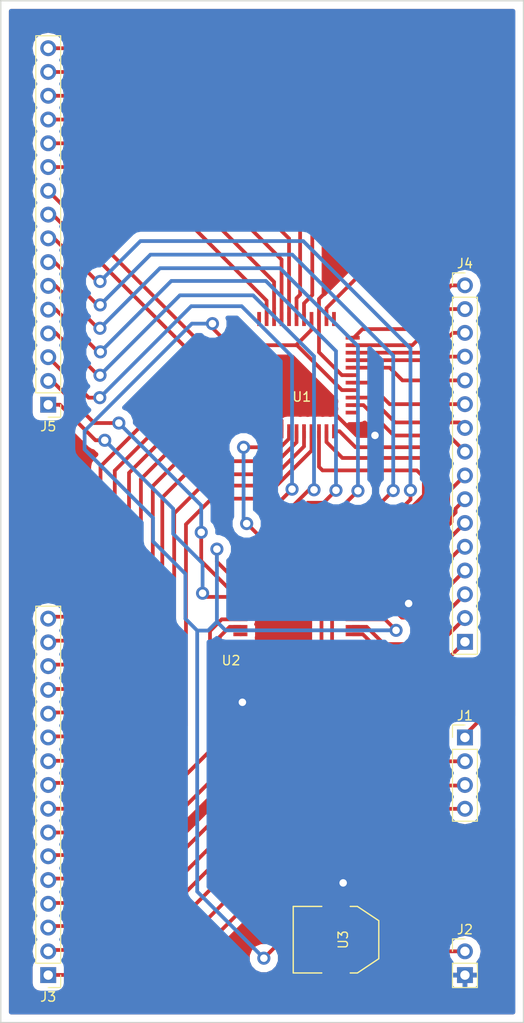
<source format=kicad_pcb>
(kicad_pcb (version 4) (host pcbnew 4.0.2+dfsg1-stable)

  (general
    (links 70)
    (no_connects 0)
    (area 182.804999 30.404999 238.835001 139.775001)
    (thickness 1.6)
    (drawings 8)
    (tracks 480)
    (zones 0)
    (modules 8)
    (nets 76)
  )

  (page A4)
  (layers
    (0 F.Cu signal)
    (31 B.Cu signal)
    (32 B.Adhes user)
    (33 F.Adhes user)
    (34 B.Paste user)
    (35 F.Paste user)
    (36 B.SilkS user)
    (37 F.SilkS user)
    (38 B.Mask user)
    (39 F.Mask user)
    (40 Dwgs.User user)
    (41 Cmts.User user)
    (42 Eco1.User user)
    (43 Eco2.User user)
    (44 Edge.Cuts user)
    (45 Margin user)
    (46 B.CrtYd user)
    (47 F.CrtYd user)
    (48 B.Fab user)
    (49 F.Fab user)
  )

  (setup
    (last_trace_width 0.4)
    (trace_clearance 0.2)
    (zone_clearance 0.8)
    (zone_45_only no)
    (trace_min 0.2)
    (segment_width 0.2)
    (edge_width 0.15)
    (via_size 0.6)
    (via_drill 0.4)
    (via_min_size 0.4)
    (via_min_drill 0.3)
    (uvia_size 0.3)
    (uvia_drill 0.1)
    (uvias_allowed no)
    (uvia_min_size 0.2)
    (uvia_min_drill 0.1)
    (pcb_text_width 0.3)
    (pcb_text_size 1.5 1.5)
    (mod_edge_width 0.15)
    (mod_text_size 1 1)
    (mod_text_width 0.15)
    (pad_size 1.7 1.7)
    (pad_drill 1)
    (pad_to_mask_clearance 0.2)
    (aux_axis_origin 0 0)
    (visible_elements FFFFFF7F)
    (pcbplotparams
      (layerselection 0x00030_80000001)
      (usegerberextensions false)
      (excludeedgelayer true)
      (linewidth 0.100000)
      (plotframeref false)
      (viasonmask false)
      (mode 1)
      (useauxorigin false)
      (hpglpennumber 1)
      (hpglpenspeed 20)
      (hpglpendiameter 15)
      (hpglpenoverlay 2)
      (psnegative false)
      (psa4output false)
      (plotreference true)
      (plotvalue true)
      (plotinvisibletext false)
      (padsonsilk false)
      (subtractmaskfromsilk false)
      (outputformat 1)
      (mirror false)
      (drillshape 1)
      (scaleselection 1)
      (outputdirectory ""))
  )

  (net 0 "")
  (net 1 "Net-(J1-Pad1)")
  (net 2 "Net-(J1-Pad2)")
  (net 3 "Net-(J1-Pad3)")
  (net 4 "Net-(J1-Pad4)")
  (net 5 VCC)
  (net 6 GND)
  (net 7 "Net-(J3-Pad1)")
  (net 8 "Net-(J3-Pad2)")
  (net 9 "Net-(J3-Pad3)")
  (net 10 "Net-(J3-Pad4)")
  (net 11 "Net-(J3-Pad5)")
  (net 12 "Net-(J3-Pad6)")
  (net 13 "Net-(J3-Pad7)")
  (net 14 "Net-(J3-Pad8)")
  (net 15 "Net-(J3-Pad9)")
  (net 16 "Net-(J3-Pad10)")
  (net 17 "Net-(J3-Pad11)")
  (net 18 "Net-(J3-Pad12)")
  (net 19 "Net-(J3-Pad13)")
  (net 20 "Net-(J3-Pad14)")
  (net 21 "Net-(J3-Pad15)")
  (net 22 "Net-(J3-Pad16)")
  (net 23 "Net-(J4-Pad1)")
  (net 24 "Net-(J4-Pad2)")
  (net 25 "Net-(J4-Pad3)")
  (net 26 "Net-(J4-Pad4)")
  (net 27 "Net-(J4-Pad5)")
  (net 28 "Net-(J4-Pad6)")
  (net 29 "Net-(J4-Pad7)")
  (net 30 "Net-(J4-Pad8)")
  (net 31 "Net-(J4-Pad9)")
  (net 32 "Net-(J4-Pad10)")
  (net 33 "Net-(J4-Pad11)")
  (net 34 "Net-(J4-Pad12)")
  (net 35 "Net-(J4-Pad13)")
  (net 36 "Net-(J4-Pad14)")
  (net 37 "Net-(J4-Pad15)")
  (net 38 "Net-(J4-Pad16)")
  (net 39 "Net-(J5-Pad1)")
  (net 40 "Net-(J5-Pad2)")
  (net 41 "Net-(J5-Pad3)")
  (net 42 "Net-(J5-Pad4)")
  (net 43 "Net-(J5-Pad5)")
  (net 44 "Net-(J5-Pad6)")
  (net 45 "Net-(J5-Pad7)")
  (net 46 "Net-(J5-Pad8)")
  (net 47 "Net-(J5-Pad9)")
  (net 48 "Net-(J5-Pad10)")
  (net 49 "Net-(J5-Pad11)")
  (net 50 "Net-(J5-Pad12)")
  (net 51 "Net-(J5-Pad13)")
  (net 52 "Net-(J5-Pad14)")
  (net 53 "Net-(J5-Pad15)")
  (net 54 "Net-(J5-Pad16)")
  (net 55 "Net-(U1-Pad34)")
  (net 56 "Net-(U1-Pad23)")
  (net 57 "Net-(U1-Pad12)")
  (net 58 "Net-(U1-Pad9)")
  (net 59 "Net-(U1-Pad3)")
  (net 60 "Net-(U1-Pad1)")
  (net 61 "Net-(U1-Pad2)")
  (net 62 "Net-(U1-Pad33)")
  (net 63 "Net-(U1-Pad36)")
  (net 64 "Net-(U1-Pad43)")
  (net 65 "Net-(U1-Pad44)")
  (net 66 "Net-(U2-Pad34)")
  (net 67 "Net-(U2-Pad23)")
  (net 68 "Net-(U2-Pad1)")
  (net 69 "Net-(U2-Pad22)")
  (net 70 "Net-(U2-Pad36)")
  (net 71 "Net-(U2-Pad39)")
  (net 72 "Net-(U2-Pad40)")
  (net 73 "Net-(U2-Pad43)")
  (net 74 "Net-(U2-Pad44)")
  (net 75 "Net-(J2-Pad1)")

  (net_class Default "This is the default net class."
    (clearance 0.2)
    (trace_width 0.4)
    (via_dia 0.6)
    (via_drill 0.4)
    (uvia_dia 0.3)
    (uvia_drill 0.1)
    (add_net GND)
    (add_net "Net-(J1-Pad1)")
    (add_net "Net-(J1-Pad2)")
    (add_net "Net-(J1-Pad3)")
    (add_net "Net-(J1-Pad4)")
    (add_net "Net-(J2-Pad1)")
    (add_net "Net-(J3-Pad1)")
    (add_net "Net-(J3-Pad10)")
    (add_net "Net-(J3-Pad11)")
    (add_net "Net-(J3-Pad12)")
    (add_net "Net-(J3-Pad13)")
    (add_net "Net-(J3-Pad14)")
    (add_net "Net-(J3-Pad15)")
    (add_net "Net-(J3-Pad16)")
    (add_net "Net-(J3-Pad2)")
    (add_net "Net-(J3-Pad3)")
    (add_net "Net-(J3-Pad4)")
    (add_net "Net-(J3-Pad5)")
    (add_net "Net-(J3-Pad6)")
    (add_net "Net-(J3-Pad7)")
    (add_net "Net-(J3-Pad8)")
    (add_net "Net-(J3-Pad9)")
    (add_net "Net-(J4-Pad1)")
    (add_net "Net-(J4-Pad10)")
    (add_net "Net-(J4-Pad11)")
    (add_net "Net-(J4-Pad12)")
    (add_net "Net-(J4-Pad13)")
    (add_net "Net-(J4-Pad14)")
    (add_net "Net-(J4-Pad15)")
    (add_net "Net-(J4-Pad16)")
    (add_net "Net-(J4-Pad2)")
    (add_net "Net-(J4-Pad3)")
    (add_net "Net-(J4-Pad4)")
    (add_net "Net-(J4-Pad5)")
    (add_net "Net-(J4-Pad6)")
    (add_net "Net-(J4-Pad7)")
    (add_net "Net-(J4-Pad8)")
    (add_net "Net-(J4-Pad9)")
    (add_net "Net-(J5-Pad1)")
    (add_net "Net-(J5-Pad10)")
    (add_net "Net-(J5-Pad11)")
    (add_net "Net-(J5-Pad12)")
    (add_net "Net-(J5-Pad13)")
    (add_net "Net-(J5-Pad14)")
    (add_net "Net-(J5-Pad15)")
    (add_net "Net-(J5-Pad16)")
    (add_net "Net-(J5-Pad2)")
    (add_net "Net-(J5-Pad3)")
    (add_net "Net-(J5-Pad4)")
    (add_net "Net-(J5-Pad5)")
    (add_net "Net-(J5-Pad6)")
    (add_net "Net-(J5-Pad7)")
    (add_net "Net-(J5-Pad8)")
    (add_net "Net-(J5-Pad9)")
    (add_net "Net-(U1-Pad1)")
    (add_net "Net-(U1-Pad12)")
    (add_net "Net-(U1-Pad2)")
    (add_net "Net-(U1-Pad23)")
    (add_net "Net-(U1-Pad3)")
    (add_net "Net-(U1-Pad33)")
    (add_net "Net-(U1-Pad34)")
    (add_net "Net-(U1-Pad36)")
    (add_net "Net-(U1-Pad43)")
    (add_net "Net-(U1-Pad44)")
    (add_net "Net-(U1-Pad9)")
    (add_net "Net-(U2-Pad1)")
    (add_net "Net-(U2-Pad22)")
    (add_net "Net-(U2-Pad23)")
    (add_net "Net-(U2-Pad34)")
    (add_net "Net-(U2-Pad36)")
    (add_net "Net-(U2-Pad39)")
    (add_net "Net-(U2-Pad40)")
    (add_net "Net-(U2-Pad43)")
    (add_net "Net-(U2-Pad44)")
    (add_net VCC)
  )

  (net_class thick ""
    (clearance 0.2)
    (trace_width 0.4)
    (via_dia 0.6)
    (via_drill 0.4)
    (uvia_dia 0.3)
    (uvia_drill 0.1)
  )

  (module Pin_Headers:Pin_Header_Straight_1x04_Pitch2.54mm (layer F.Cu) (tedit 59650532) (tstamp 5B06CF08)
    (at 232.5 109.22)
    (descr "Through hole straight pin header, 1x04, 2.54mm pitch, single row")
    (tags "Through hole pin header THT 1x04 2.54mm single row")
    (path /5AEB1744)
    (fp_text reference J1 (at 0 -2.33) (layer F.SilkS)
      (effects (font (size 1 1) (thickness 0.15)))
    )
    (fp_text value Conn_01x04 (at 0 9.95) (layer F.Fab)
      (effects (font (size 1 1) (thickness 0.15)))
    )
    (fp_line (start -0.635 -1.27) (end 1.27 -1.27) (layer F.Fab) (width 0.1))
    (fp_line (start 1.27 -1.27) (end 1.27 8.89) (layer F.Fab) (width 0.1))
    (fp_line (start 1.27 8.89) (end -1.27 8.89) (layer F.Fab) (width 0.1))
    (fp_line (start -1.27 8.89) (end -1.27 -0.635) (layer F.Fab) (width 0.1))
    (fp_line (start -1.27 -0.635) (end -0.635 -1.27) (layer F.Fab) (width 0.1))
    (fp_line (start -1.33 8.95) (end 1.33 8.95) (layer F.SilkS) (width 0.12))
    (fp_line (start -1.33 1.27) (end -1.33 8.95) (layer F.SilkS) (width 0.12))
    (fp_line (start 1.33 1.27) (end 1.33 8.95) (layer F.SilkS) (width 0.12))
    (fp_line (start -1.33 1.27) (end 1.33 1.27) (layer F.SilkS) (width 0.12))
    (fp_line (start -1.33 0) (end -1.33 -1.33) (layer F.SilkS) (width 0.12))
    (fp_line (start -1.33 -1.33) (end 0 -1.33) (layer F.SilkS) (width 0.12))
    (fp_line (start -1.8 -1.8) (end -1.8 9.4) (layer F.CrtYd) (width 0.05))
    (fp_line (start -1.8 9.4) (end 1.8 9.4) (layer F.CrtYd) (width 0.05))
    (fp_line (start 1.8 9.4) (end 1.8 -1.8) (layer F.CrtYd) (width 0.05))
    (fp_line (start 1.8 -1.8) (end -1.8 -1.8) (layer F.CrtYd) (width 0.05))
    (fp_text user %R (at 0.4 4.05 90) (layer F.Fab)
      (effects (font (size 1 1) (thickness 0.15)))
    )
    (pad 1 thru_hole rect (at 0 0) (size 1.7 1.7) (drill 1) (layers *.Cu *.Mask)
      (net 1 "Net-(J1-Pad1)"))
    (pad 2 thru_hole oval (at 0 2.54) (size 1.7 1.7) (drill 1) (layers *.Cu *.Mask)
      (net 2 "Net-(J1-Pad2)"))
    (pad 3 thru_hole oval (at 0 5.08) (size 1.7 1.7) (drill 1) (layers *.Cu *.Mask)
      (net 3 "Net-(J1-Pad3)"))
    (pad 4 thru_hole oval (at 0 7.62) (size 1.7 1.7) (drill 1) (layers *.Cu *.Mask)
      (net 4 "Net-(J1-Pad4)"))
    (model ${KISYS3DMOD}/Pin_Headers.3dshapes/Pin_Header_Straight_1x04_Pitch2.54mm.wrl
      (at (xyz 0 0 0))
      (scale (xyz 1 1 1))
      (rotate (xyz 0 0 0))
    )
  )

  (module footprints:XC9572XL-VQ44 (layer F.Cu) (tedit 5AEB4228) (tstamp 5B06CF7A)
    (at 210.5 76.5)
    (path /5B07240B)
    (fp_text reference U1 (at 4.5618 -3.6782) (layer F.SilkS)
      (effects (font (size 1 1) (thickness 0.15)))
    )
    (fp_text value XC9572XL-VQ44 (at 4 2) (layer F.Fab)
      (effects (font (size 1 1) (thickness 0.15)))
    )
    (fp_circle (center 0 -2) (end 0.4 -2.2) (layer F.Adhes) (width 0.15))
    (fp_arc (start 8.5 -1.5) (end 10 -1.5) (angle 90) (layer F.Adhes) (width 0.15))
    (fp_arc (start -0.5 -1.5) (end -0.5 0) (angle 90) (layer F.Adhes) (width 0.15))
    (fp_arc (start -0.5 -10.5) (end -2 -10.5) (angle 90) (layer F.Adhes) (width 0.15))
    (fp_arc (start 8.5 -10.5) (end 8.5 -12) (angle 90) (layer F.Adhes) (width 0.15))
    (pad 34 smd rect (at -2 -10) (size 1.5 0.4) (layers F.Cu F.Paste F.Mask)
      (net 55 "Net-(U1-Pad34)"))
    (pad 23 smd rect (at 8 -12) (size 0.4 1.5) (layers F.Cu F.Paste F.Mask)
      (net 56 "Net-(U1-Pad23)"))
    (pad 12 smd rect (at 10 -2) (size 1.5 0.4) (layers F.Cu F.Paste F.Mask)
      (net 57 "Net-(U1-Pad12)"))
    (pad 11 smd rect (at 8 0) (size 0.4 1.5) (layers F.Cu F.Paste F.Mask)
      (net 2 "Net-(J1-Pad2)"))
    (pad 10 smd rect (at 7.2 0) (size 0.4 1.5) (layers F.Cu F.Paste F.Mask)
      (net 3 "Net-(J1-Pad3)"))
    (pad 9 smd rect (at 6.4 0) (size 0.4 1.5) (layers F.Cu F.Paste F.Mask)
      (net 58 "Net-(U1-Pad9)"))
    (pad 8 smd rect (at 5.6 0) (size 0.4 1.5) (layers F.Cu F.Paste F.Mask)
      (net 15 "Net-(J3-Pad9)"))
    (pad 7 smd rect (at 4.8 0) (size 0.4 1.5) (layers F.Cu F.Paste F.Mask)
      (net 16 "Net-(J3-Pad10)"))
    (pad 6 smd rect (at 4 0) (size 0.4 1.5) (layers F.Cu F.Paste F.Mask)
      (net 17 "Net-(J3-Pad11)"))
    (pad 5 smd rect (at 3.2 0) (size 0.4 1.5) (layers F.Cu F.Paste F.Mask)
      (net 18 "Net-(J3-Pad12)"))
    (pad 4 smd rect (at 2.4 0) (size 0.4 1.5) (layers F.Cu F.Paste F.Mask)
      (net 6 GND))
    (pad 3 smd rect (at 1.6 0) (size 0.4 1.5) (layers F.Cu F.Paste F.Mask)
      (net 59 "Net-(U1-Pad3)"))
    (pad 1 smd rect (at 0 0) (size 0.4 1.5) (layers F.Cu F.Paste F.Mask)
      (net 60 "Net-(U1-Pad1)"))
    (pad 2 smd rect (at 0.8 0) (size 0.4 1.5) (layers F.Cu F.Paste F.Mask)
      (net 61 "Net-(U1-Pad2)"))
    (pad 13 smd rect (at 10 -2.8) (size 1.5 0.4) (layers F.Cu F.Paste F.Mask)
      (net 30 "Net-(J4-Pad8)"))
    (pad 14 smd rect (at 10 -3.6) (size 1.5 0.4) (layers F.Cu F.Paste F.Mask)
      (net 29 "Net-(J4-Pad7)"))
    (pad 15 smd rect (at 10 -4.4) (size 1.5 0.4) (layers F.Cu F.Paste F.Mask)
      (net 5 VCC))
    (pad 16 smd rect (at 10 -5.2) (size 1.5 0.4) (layers F.Cu F.Paste F.Mask)
      (net 28 "Net-(J4-Pad6)"))
    (pad 17 smd rect (at 10 -6) (size 1.5 0.4) (layers F.Cu F.Paste F.Mask)
      (net 6 GND))
    (pad 18 smd rect (at 10 -6.8) (size 1.5 0.4) (layers F.Cu F.Paste F.Mask)
      (net 27 "Net-(J4-Pad5)"))
    (pad 19 smd rect (at 10 -7.6) (size 1.5 0.4) (layers F.Cu F.Paste F.Mask)
      (net 26 "Net-(J4-Pad4)"))
    (pad 20 smd rect (at 10 -8.4) (size 1.5 0.4) (layers F.Cu F.Paste F.Mask)
      (net 25 "Net-(J4-Pad3)"))
    (pad 21 smd rect (at 10 -9.2) (size 1.5 0.4) (layers F.Cu F.Paste F.Mask)
      (net 24 "Net-(J4-Pad2)"))
    (pad 22 smd rect (at 10 -10) (size 1.5 0.4) (layers F.Cu F.Paste F.Mask)
      (net 23 "Net-(J4-Pad1)"))
    (pad 24 smd rect (at 7.2 -12) (size 0.4 1.5) (layers F.Cu F.Paste F.Mask)
      (net 1 "Net-(J1-Pad1)"))
    (pad 25 smd rect (at 6.4 -12) (size 0.4 1.5) (layers F.Cu F.Paste F.Mask)
      (net 6 GND))
    (pad 26 smd rect (at 5.6 -12) (size 0.4 1.5) (layers F.Cu F.Paste F.Mask)
      (net 5 VCC))
    (pad 27 smd rect (at 4.8 -12) (size 0.4 1.5) (layers F.Cu F.Paste F.Mask)
      (net 54 "Net-(J5-Pad16)"))
    (pad 28 smd rect (at 4 -12) (size 0.4 1.5) (layers F.Cu F.Paste F.Mask)
      (net 53 "Net-(J5-Pad15)"))
    (pad 29 smd rect (at 3.2 -12) (size 0.4 1.5) (layers F.Cu F.Paste F.Mask)
      (net 52 "Net-(J5-Pad14)"))
    (pad 30 smd rect (at 2.4 -12) (size 0.4 1.5) (layers F.Cu F.Paste F.Mask)
      (net 51 "Net-(J5-Pad13)"))
    (pad 31 smd rect (at 1.6 -12) (size 0.4 1.5) (layers F.Cu F.Paste F.Mask)
      (net 50 "Net-(J5-Pad12)"))
    (pad 32 smd rect (at 0.8 -12) (size 0.4 1.5) (layers F.Cu F.Paste F.Mask)
      (net 49 "Net-(J5-Pad11)"))
    (pad 33 smd rect (at 0 -12) (size 0.4 1.5) (layers F.Cu F.Paste F.Mask)
      (net 62 "Net-(U1-Pad33)"))
    (pad 35 smd rect (at -2 -9.2) (size 1.5 0.4) (layers F.Cu F.Paste F.Mask)
      (net 5 VCC))
    (pad 36 smd rect (at -2 -8.4) (size 1.5 0.4) (layers F.Cu F.Paste F.Mask)
      (net 63 "Net-(U1-Pad36)"))
    (pad 37 smd rect (at -2 -7.6) (size 1.5 0.4) (layers F.Cu F.Paste F.Mask)
      (net 48 "Net-(J5-Pad10)"))
    (pad 38 smd rect (at -2 -6.8) (size 1.5 0.4) (layers F.Cu F.Paste F.Mask)
      (net 47 "Net-(J5-Pad9)"))
    (pad 39 smd rect (at -2 -6) (size 1.5 0.4) (layers F.Cu F.Paste F.Mask)
      (net 22 "Net-(J3-Pad16)"))
    (pad 40 smd rect (at -2 -5.2) (size 1.5 0.4) (layers F.Cu F.Paste F.Mask)
      (net 21 "Net-(J3-Pad15)"))
    (pad 41 smd rect (at -2 -4.4) (size 1.5 0.4) (layers F.Cu F.Paste F.Mask)
      (net 20 "Net-(J3-Pad14)"))
    (pad 42 smd rect (at -2 -3.6) (size 1.5 0.4) (layers F.Cu F.Paste F.Mask)
      (net 19 "Net-(J3-Pad13)"))
    (pad 43 smd rect (at -2 -2.8) (size 1.5 0.4) (layers F.Cu F.Paste F.Mask)
      (net 64 "Net-(U1-Pad43)"))
    (pad 44 smd rect (at -2 -2) (size 1.5 0.4) (layers F.Cu F.Paste F.Mask)
      (net 65 "Net-(U1-Pad44)"))
  )

  (module footprints:XC9572XL-VQ44 (layer F.Cu) (tedit 5AEB4228) (tstamp 5B06CFAA)
    (at 210.5 101)
    (path /5B07250D)
    (fp_text reference U2 (at -3 0) (layer F.SilkS)
      (effects (font (size 1 1) (thickness 0.15)))
    )
    (fp_text value XC9572XL-VQ44 (at 4 2) (layer F.Fab)
      (effects (font (size 1 1) (thickness 0.15)))
    )
    (fp_circle (center 0 -2) (end 0.4 -2.2) (layer F.Adhes) (width 0.15))
    (fp_arc (start 8.5 -1.5) (end 10 -1.5) (angle 90) (layer F.Adhes) (width 0.15))
    (fp_arc (start -0.5 -1.5) (end -0.5 0) (angle 90) (layer F.Adhes) (width 0.15))
    (fp_arc (start -0.5 -10.5) (end -2 -10.5) (angle 90) (layer F.Adhes) (width 0.15))
    (fp_arc (start 8.5 -10.5) (end 8.5 -12) (angle 90) (layer F.Adhes) (width 0.15))
    (pad 34 smd rect (at -2 -10) (size 1.5 0.4) (layers F.Cu F.Paste F.Mask)
      (net 66 "Net-(U2-Pad34)"))
    (pad 23 smd rect (at 8 -12) (size 0.4 1.5) (layers F.Cu F.Paste F.Mask)
      (net 67 "Net-(U2-Pad23)"))
    (pad 12 smd rect (at 10 -2) (size 1.5 0.4) (layers F.Cu F.Paste F.Mask)
      (net 38 "Net-(J4-Pad16)"))
    (pad 11 smd rect (at 8 0) (size 0.4 1.5) (layers F.Cu F.Paste F.Mask)
      (net 2 "Net-(J1-Pad2)"))
    (pad 10 smd rect (at 7.2 0) (size 0.4 1.5) (layers F.Cu F.Paste F.Mask)
      (net 3 "Net-(J1-Pad3)"))
    (pad 9 smd rect (at 6.4 0) (size 0.4 1.5) (layers F.Cu F.Paste F.Mask)
      (net 4 "Net-(J1-Pad4)"))
    (pad 8 smd rect (at 5.6 0) (size 0.4 1.5) (layers F.Cu F.Paste F.Mask)
      (net 7 "Net-(J3-Pad1)"))
    (pad 7 smd rect (at 4.8 0) (size 0.4 1.5) (layers F.Cu F.Paste F.Mask)
      (net 8 "Net-(J3-Pad2)"))
    (pad 6 smd rect (at 4 0) (size 0.4 1.5) (layers F.Cu F.Paste F.Mask)
      (net 9 "Net-(J3-Pad3)"))
    (pad 5 smd rect (at 3.2 0) (size 0.4 1.5) (layers F.Cu F.Paste F.Mask)
      (net 10 "Net-(J3-Pad4)"))
    (pad 4 smd rect (at 2.4 0) (size 0.4 1.5) (layers F.Cu F.Paste F.Mask)
      (net 6 GND))
    (pad 3 smd rect (at 1.6 0) (size 0.4 1.5) (layers F.Cu F.Paste F.Mask)
      (net 11 "Net-(J3-Pad5)"))
    (pad 1 smd rect (at 0 0) (size 0.4 1.5) (layers F.Cu F.Paste F.Mask)
      (net 68 "Net-(U2-Pad1)"))
    (pad 2 smd rect (at 0.8 0) (size 0.4 1.5) (layers F.Cu F.Paste F.Mask)
      (net 12 "Net-(J3-Pad6)"))
    (pad 13 smd rect (at 10 -2.8) (size 1.5 0.4) (layers F.Cu F.Paste F.Mask)
      (net 37 "Net-(J4-Pad15)"))
    (pad 14 smd rect (at 10 -3.6) (size 1.5 0.4) (layers F.Cu F.Paste F.Mask)
      (net 36 "Net-(J4-Pad14)"))
    (pad 15 smd rect (at 10 -4.4) (size 1.5 0.4) (layers F.Cu F.Paste F.Mask)
      (net 5 VCC))
    (pad 16 smd rect (at 10 -5.2) (size 1.5 0.4) (layers F.Cu F.Paste F.Mask)
      (net 35 "Net-(J4-Pad13)"))
    (pad 17 smd rect (at 10 -6) (size 1.5 0.4) (layers F.Cu F.Paste F.Mask)
      (net 6 GND))
    (pad 18 smd rect (at 10 -6.8) (size 1.5 0.4) (layers F.Cu F.Paste F.Mask)
      (net 34 "Net-(J4-Pad12)"))
    (pad 19 smd rect (at 10 -7.6) (size 1.5 0.4) (layers F.Cu F.Paste F.Mask)
      (net 33 "Net-(J4-Pad11)"))
    (pad 20 smd rect (at 10 -8.4) (size 1.5 0.4) (layers F.Cu F.Paste F.Mask)
      (net 32 "Net-(J4-Pad10)"))
    (pad 21 smd rect (at 10 -9.2) (size 1.5 0.4) (layers F.Cu F.Paste F.Mask)
      (net 31 "Net-(J4-Pad9)"))
    (pad 22 smd rect (at 10 -10) (size 1.5 0.4) (layers F.Cu F.Paste F.Mask)
      (net 69 "Net-(U2-Pad22)"))
    (pad 24 smd rect (at 7.2 -12) (size 0.4 1.5) (layers F.Cu F.Paste F.Mask)
      (net 58 "Net-(U1-Pad9)"))
    (pad 25 smd rect (at 6.4 -12) (size 0.4 1.5) (layers F.Cu F.Paste F.Mask)
      (net 6 GND))
    (pad 26 smd rect (at 5.6 -12) (size 0.4 1.5) (layers F.Cu F.Paste F.Mask)
      (net 5 VCC))
    (pad 27 smd rect (at 4.8 -12) (size 0.4 1.5) (layers F.Cu F.Paste F.Mask)
      (net 46 "Net-(J5-Pad8)"))
    (pad 28 smd rect (at 4 -12) (size 0.4 1.5) (layers F.Cu F.Paste F.Mask)
      (net 45 "Net-(J5-Pad7)"))
    (pad 29 smd rect (at 3.2 -12) (size 0.4 1.5) (layers F.Cu F.Paste F.Mask)
      (net 44 "Net-(J5-Pad6)"))
    (pad 30 smd rect (at 2.4 -12) (size 0.4 1.5) (layers F.Cu F.Paste F.Mask)
      (net 43 "Net-(J5-Pad5)"))
    (pad 31 smd rect (at 1.6 -12) (size 0.4 1.5) (layers F.Cu F.Paste F.Mask)
      (net 42 "Net-(J5-Pad4)"))
    (pad 32 smd rect (at 0.8 -12) (size 0.4 1.5) (layers F.Cu F.Paste F.Mask)
      (net 41 "Net-(J5-Pad3)"))
    (pad 33 smd rect (at 0 -12) (size 0.4 1.5) (layers F.Cu F.Paste F.Mask)
      (net 59 "Net-(U1-Pad3)"))
    (pad 35 smd rect (at -2 -9.2) (size 1.5 0.4) (layers F.Cu F.Paste F.Mask)
      (net 5 VCC))
    (pad 36 smd rect (at -2 -8.4) (size 1.5 0.4) (layers F.Cu F.Paste F.Mask)
      (net 70 "Net-(U2-Pad36)"))
    (pad 37 smd rect (at -2 -7.6) (size 1.5 0.4) (layers F.Cu F.Paste F.Mask)
      (net 40 "Net-(J5-Pad2)"))
    (pad 38 smd rect (at -2 -6.8) (size 1.5 0.4) (layers F.Cu F.Paste F.Mask)
      (net 39 "Net-(J5-Pad1)"))
    (pad 39 smd rect (at -2 -6) (size 1.5 0.4) (layers F.Cu F.Paste F.Mask)
      (net 71 "Net-(U2-Pad39)"))
    (pad 40 smd rect (at -2 -5.2) (size 1.5 0.4) (layers F.Cu F.Paste F.Mask)
      (net 72 "Net-(U2-Pad40)"))
    (pad 41 smd rect (at -2 -4.4) (size 1.5 0.4) (layers F.Cu F.Paste F.Mask)
      (net 14 "Net-(J3-Pad8)"))
    (pad 42 smd rect (at -2 -3.6) (size 1.5 0.4) (layers F.Cu F.Paste F.Mask)
      (net 13 "Net-(J3-Pad7)"))
    (pad 43 smd rect (at -2 -2.8) (size 1.5 0.4) (layers F.Cu F.Paste F.Mask)
      (net 73 "Net-(U2-Pad43)"))
    (pad 44 smd rect (at -2 -2) (size 1.5 0.4) (layers F.Cu F.Paste F.Mask)
      (net 74 "Net-(U2-Pad44)"))
  )

  (module Pin_Headers:Pin_Header_Straight_1x02_Pitch2.54mm (layer F.Cu) (tedit 5B2BB472) (tstamp 5B0FFD1A)
    (at 232.5 132.08)
    (descr "Through hole straight pin header, 1x02, 2.54mm pitch, single row")
    (tags "Through hole pin header THT 1x02 2.54mm single row")
    (path /5AEB171D)
    (fp_text reference J2 (at 0 -2.33) (layer F.SilkS)
      (effects (font (size 1 1) (thickness 0.15)))
    )
    (fp_text value Conn_01x02 (at 0 4.87) (layer F.Fab)
      (effects (font (size 1 1) (thickness 0.15)))
    )
    (fp_line (start -0.635 -1.27) (end 1.27 -1.27) (layer F.Fab) (width 0.1))
    (fp_line (start 1.27 -1.27) (end 1.27 3.81) (layer F.Fab) (width 0.1))
    (fp_line (start 1.27 3.81) (end -1.27 3.81) (layer F.Fab) (width 0.1))
    (fp_line (start -1.27 3.81) (end -1.27 -0.635) (layer F.Fab) (width 0.1))
    (fp_line (start -1.27 -0.635) (end -0.635 -1.27) (layer F.Fab) (width 0.1))
    (fp_line (start -1.33 3.87) (end 1.33 3.87) (layer F.SilkS) (width 0.12))
    (fp_line (start -1.33 1.27) (end -1.33 3.87) (layer F.SilkS) (width 0.12))
    (fp_line (start 1.33 1.27) (end 1.33 3.87) (layer F.SilkS) (width 0.12))
    (fp_line (start -1.33 1.27) (end 1.33 1.27) (layer F.SilkS) (width 0.12))
    (fp_line (start -1.33 0) (end -1.33 -1.33) (layer F.SilkS) (width 0.12))
    (fp_line (start -1.33 -1.33) (end 0 -1.33) (layer F.SilkS) (width 0.12))
    (fp_line (start -1.8 -1.8) (end -1.8 4.35) (layer F.CrtYd) (width 0.05))
    (fp_line (start -1.8 4.35) (end 1.8 4.35) (layer F.CrtYd) (width 0.05))
    (fp_line (start 1.8 4.35) (end 1.8 -1.8) (layer F.CrtYd) (width 0.05))
    (fp_line (start 1.8 -1.8) (end -1.8 -1.8) (layer F.CrtYd) (width 0.05))
    (fp_text user %R (at 0 0 90) (layer F.Fab)
      (effects (font (size 1 1) (thickness 0.15)))
    )
    (pad 1 thru_hole oval (at 0 0) (size 1.7 1.7) (drill 1) (layers *.Cu *.Mask)
      (net 75 "Net-(J2-Pad1)"))
    (pad 2 thru_hole rect (at 0 2.54) (size 1.7 1.7) (drill 1) (layers *.Cu *.Mask)
      (net 6 GND))
    (model ${KISYS3DMOD}/Pin_Headers.3dshapes/Pin_Header_Straight_1x02_Pitch2.54mm.wrl
      (at (xyz 0 0 0))
      (scale (xyz 1 1 1))
      (rotate (xyz 0 0 0))
    )
  )

  (module Pin_Headers:Pin_Header_Straight_1x16_Pitch2.54mm (layer F.Cu) (tedit 59650532) (tstamp 5B0FFD1F)
    (at 187.96 134.62 180)
    (descr "Through hole straight pin header, 1x16, 2.54mm pitch, single row")
    (tags "Through hole pin header THT 1x16 2.54mm single row")
    (path /5AEB13CF)
    (fp_text reference J3 (at 0 -2.33 180) (layer F.SilkS)
      (effects (font (size 1 1) (thickness 0.15)))
    )
    (fp_text value Conn_01x16 (at 0 40.43 180) (layer F.Fab)
      (effects (font (size 1 1) (thickness 0.15)))
    )
    (fp_line (start -0.635 -1.27) (end 1.27 -1.27) (layer F.Fab) (width 0.1))
    (fp_line (start 1.27 -1.27) (end 1.27 39.37) (layer F.Fab) (width 0.1))
    (fp_line (start 1.27 39.37) (end -1.27 39.37) (layer F.Fab) (width 0.1))
    (fp_line (start -1.27 39.37) (end -1.27 -0.635) (layer F.Fab) (width 0.1))
    (fp_line (start -1.27 -0.635) (end -0.635 -1.27) (layer F.Fab) (width 0.1))
    (fp_line (start -1.33 39.43) (end 1.33 39.43) (layer F.SilkS) (width 0.12))
    (fp_line (start -1.33 1.27) (end -1.33 39.43) (layer F.SilkS) (width 0.12))
    (fp_line (start 1.33 1.27) (end 1.33 39.43) (layer F.SilkS) (width 0.12))
    (fp_line (start -1.33 1.27) (end 1.33 1.27) (layer F.SilkS) (width 0.12))
    (fp_line (start -1.33 0) (end -1.33 -1.33) (layer F.SilkS) (width 0.12))
    (fp_line (start -1.33 -1.33) (end 0 -1.33) (layer F.SilkS) (width 0.12))
    (fp_line (start -1.8 -1.8) (end -1.8 39.9) (layer F.CrtYd) (width 0.05))
    (fp_line (start -1.8 39.9) (end 1.8 39.9) (layer F.CrtYd) (width 0.05))
    (fp_line (start 1.8 39.9) (end 1.8 -1.8) (layer F.CrtYd) (width 0.05))
    (fp_line (start 1.8 -1.8) (end -1.8 -1.8) (layer F.CrtYd) (width 0.05))
    (fp_text user %R (at 0 19.05 270) (layer F.Fab)
      (effects (font (size 1 1) (thickness 0.15)))
    )
    (pad 1 thru_hole rect (at 0 0 180) (size 1.7 1.7) (drill 1) (layers *.Cu *.Mask)
      (net 7 "Net-(J3-Pad1)"))
    (pad 2 thru_hole oval (at 0 2.54 180) (size 1.7 1.7) (drill 1) (layers *.Cu *.Mask)
      (net 8 "Net-(J3-Pad2)"))
    (pad 3 thru_hole oval (at 0 5.08 180) (size 1.7 1.7) (drill 1) (layers *.Cu *.Mask)
      (net 9 "Net-(J3-Pad3)"))
    (pad 4 thru_hole oval (at 0 7.62 180) (size 1.7 1.7) (drill 1) (layers *.Cu *.Mask)
      (net 10 "Net-(J3-Pad4)"))
    (pad 5 thru_hole oval (at 0 10.16 180) (size 1.7 1.7) (drill 1) (layers *.Cu *.Mask)
      (net 11 "Net-(J3-Pad5)"))
    (pad 6 thru_hole oval (at 0 12.7 180) (size 1.7 1.7) (drill 1) (layers *.Cu *.Mask)
      (net 12 "Net-(J3-Pad6)"))
    (pad 7 thru_hole oval (at 0 15.24 180) (size 1.7 1.7) (drill 1) (layers *.Cu *.Mask)
      (net 13 "Net-(J3-Pad7)"))
    (pad 8 thru_hole oval (at 0 17.78 180) (size 1.7 1.7) (drill 1) (layers *.Cu *.Mask)
      (net 14 "Net-(J3-Pad8)"))
    (pad 9 thru_hole oval (at 0 20.32 180) (size 1.7 1.7) (drill 1) (layers *.Cu *.Mask)
      (net 15 "Net-(J3-Pad9)"))
    (pad 10 thru_hole oval (at 0 22.86 180) (size 1.7 1.7) (drill 1) (layers *.Cu *.Mask)
      (net 16 "Net-(J3-Pad10)"))
    (pad 11 thru_hole oval (at 0 25.4 180) (size 1.7 1.7) (drill 1) (layers *.Cu *.Mask)
      (net 17 "Net-(J3-Pad11)"))
    (pad 12 thru_hole oval (at 0 27.94 180) (size 1.7 1.7) (drill 1) (layers *.Cu *.Mask)
      (net 18 "Net-(J3-Pad12)"))
    (pad 13 thru_hole oval (at 0 30.48 180) (size 1.7 1.7) (drill 1) (layers *.Cu *.Mask)
      (net 19 "Net-(J3-Pad13)"))
    (pad 14 thru_hole oval (at 0 33.02 180) (size 1.7 1.7) (drill 1) (layers *.Cu *.Mask)
      (net 20 "Net-(J3-Pad14)"))
    (pad 15 thru_hole oval (at 0 35.56 180) (size 1.7 1.7) (drill 1) (layers *.Cu *.Mask)
      (net 21 "Net-(J3-Pad15)"))
    (pad 16 thru_hole oval (at 0 38.1 180) (size 1.7 1.7) (drill 1) (layers *.Cu *.Mask)
      (net 22 "Net-(J3-Pad16)"))
    (model ${KISYS3DMOD}/Pin_Headers.3dshapes/Pin_Header_Straight_1x16_Pitch2.54mm.wrl
      (at (xyz 0 0 0))
      (scale (xyz 1 1 1))
      (rotate (xyz 0 0 0))
    )
  )

  (module Pin_Headers:Pin_Header_Straight_1x16_Pitch2.54mm (layer F.Cu) (tedit 5B2BC0AC) (tstamp 5B0FFD32)
    (at 232.5 60.9)
    (descr "Through hole straight pin header, 1x16, 2.54mm pitch, single row")
    (tags "Through hole pin header THT 1x16 2.54mm single row")
    (path /5AEB13AD)
    (fp_text reference J4 (at 0 -2.33) (layer F.SilkS)
      (effects (font (size 1 1) (thickness 0.15)))
    )
    (fp_text value Conn_01x16 (at -1.233 -4.131) (layer F.Fab)
      (effects (font (size 1 1) (thickness 0.15)))
    )
    (fp_line (start -0.635 -1.27) (end 1.27 -1.27) (layer F.Fab) (width 0.1))
    (fp_line (start 1.27 -1.27) (end 1.27 39.37) (layer F.Fab) (width 0.1))
    (fp_line (start 1.27 39.37) (end -1.27 39.37) (layer F.Fab) (width 0.1))
    (fp_line (start -1.27 39.37) (end -1.27 -0.635) (layer F.Fab) (width 0.1))
    (fp_line (start -1.27 -0.635) (end -0.635 -1.27) (layer F.Fab) (width 0.1))
    (fp_line (start -1.33 39.43) (end 1.33 39.43) (layer F.SilkS) (width 0.12))
    (fp_line (start -1.33 1.27) (end -1.33 39.43) (layer F.SilkS) (width 0.12))
    (fp_line (start 1.33 1.27) (end 1.33 39.43) (layer F.SilkS) (width 0.12))
    (fp_line (start -1.33 1.27) (end 1.33 1.27) (layer F.SilkS) (width 0.12))
    (fp_line (start -1.33 0) (end -1.33 -1.33) (layer F.SilkS) (width 0.12))
    (fp_line (start -1.33 -1.33) (end 0 -1.33) (layer F.SilkS) (width 0.12))
    (fp_line (start -1.8 -1.8) (end -1.8 39.9) (layer F.CrtYd) (width 0.05))
    (fp_line (start -1.8 39.9) (end 1.8 39.9) (layer F.CrtYd) (width 0.05))
    (fp_line (start 1.8 39.9) (end 1.8 -1.8) (layer F.CrtYd) (width 0.05))
    (fp_line (start 1.8 -1.8) (end -1.8 -1.8) (layer F.CrtYd) (width 0.05))
    (fp_text user %R (at 0 19.05 90) (layer F.Fab)
      (effects (font (size 1 1) (thickness 0.15)))
    )
    (pad 1 thru_hole oval (at 0 0) (size 1.7 1.7) (drill 1) (layers *.Cu *.Mask)
      (net 23 "Net-(J4-Pad1)"))
    (pad 2 thru_hole oval (at 0 2.54) (size 1.7 1.7) (drill 1) (layers *.Cu *.Mask)
      (net 24 "Net-(J4-Pad2)"))
    (pad 3 thru_hole oval (at 0 5.08) (size 1.7 1.7) (drill 1) (layers *.Cu *.Mask)
      (net 25 "Net-(J4-Pad3)"))
    (pad 4 thru_hole oval (at 0 7.62) (size 1.7 1.7) (drill 1) (layers *.Cu *.Mask)
      (net 26 "Net-(J4-Pad4)"))
    (pad 5 thru_hole oval (at 0 10.16) (size 1.7 1.7) (drill 1) (layers *.Cu *.Mask)
      (net 27 "Net-(J4-Pad5)"))
    (pad 6 thru_hole oval (at 0 12.7) (size 1.7 1.7) (drill 1) (layers *.Cu *.Mask)
      (net 28 "Net-(J4-Pad6)"))
    (pad 7 thru_hole oval (at 0 15.24) (size 1.7 1.7) (drill 1) (layers *.Cu *.Mask)
      (net 29 "Net-(J4-Pad7)"))
    (pad 8 thru_hole oval (at 0 17.78) (size 1.7 1.7) (drill 1) (layers *.Cu *.Mask)
      (net 30 "Net-(J4-Pad8)"))
    (pad 9 thru_hole oval (at 0 20.32) (size 1.7 1.7) (drill 1) (layers *.Cu *.Mask)
      (net 31 "Net-(J4-Pad9)"))
    (pad 10 thru_hole oval (at 0 22.86) (size 1.7 1.7) (drill 1) (layers *.Cu *.Mask)
      (net 32 "Net-(J4-Pad10)"))
    (pad 11 thru_hole oval (at 0 25.4) (size 1.7 1.7) (drill 1) (layers *.Cu *.Mask)
      (net 33 "Net-(J4-Pad11)"))
    (pad 12 thru_hole oval (at 0 27.94) (size 1.7 1.7) (drill 1) (layers *.Cu *.Mask)
      (net 34 "Net-(J4-Pad12)"))
    (pad 13 thru_hole oval (at 0 30.48) (size 1.7 1.7) (drill 1) (layers *.Cu *.Mask)
      (net 35 "Net-(J4-Pad13)"))
    (pad 14 thru_hole oval (at 0 33.02) (size 1.7 1.7) (drill 1) (layers *.Cu *.Mask)
      (net 36 "Net-(J4-Pad14)"))
    (pad 15 thru_hole oval (at 0 35.56) (size 1.7 1.7) (drill 1) (layers *.Cu *.Mask)
      (net 37 "Net-(J4-Pad15)"))
    (pad 16 thru_hole rect (at 0 38.1) (size 1.7 1.7) (drill 1) (layers *.Cu *.Mask)
      (net 38 "Net-(J4-Pad16)"))
    (model ${KISYS3DMOD}/Pin_Headers.3dshapes/Pin_Header_Straight_1x16_Pitch2.54mm.wrl
      (at (xyz 0 0 0))
      (scale (xyz 1 1 1))
      (rotate (xyz 0 0 0))
    )
  )

  (module Pin_Headers:Pin_Header_Straight_1x16_Pitch2.54mm (layer F.Cu) (tedit 59650532) (tstamp 5B0FFD45)
    (at 187.96 73.66 180)
    (descr "Through hole straight pin header, 1x16, 2.54mm pitch, single row")
    (tags "Through hole pin header THT 1x16 2.54mm single row")
    (path /5AEB143D)
    (fp_text reference J5 (at 0 -2.33 180) (layer F.SilkS)
      (effects (font (size 1 1) (thickness 0.15)))
    )
    (fp_text value Conn_01x16 (at 0 40.43 180) (layer F.Fab)
      (effects (font (size 1 1) (thickness 0.15)))
    )
    (fp_line (start -0.635 -1.27) (end 1.27 -1.27) (layer F.Fab) (width 0.1))
    (fp_line (start 1.27 -1.27) (end 1.27 39.37) (layer F.Fab) (width 0.1))
    (fp_line (start 1.27 39.37) (end -1.27 39.37) (layer F.Fab) (width 0.1))
    (fp_line (start -1.27 39.37) (end -1.27 -0.635) (layer F.Fab) (width 0.1))
    (fp_line (start -1.27 -0.635) (end -0.635 -1.27) (layer F.Fab) (width 0.1))
    (fp_line (start -1.33 39.43) (end 1.33 39.43) (layer F.SilkS) (width 0.12))
    (fp_line (start -1.33 1.27) (end -1.33 39.43) (layer F.SilkS) (width 0.12))
    (fp_line (start 1.33 1.27) (end 1.33 39.43) (layer F.SilkS) (width 0.12))
    (fp_line (start -1.33 1.27) (end 1.33 1.27) (layer F.SilkS) (width 0.12))
    (fp_line (start -1.33 0) (end -1.33 -1.33) (layer F.SilkS) (width 0.12))
    (fp_line (start -1.33 -1.33) (end 0 -1.33) (layer F.SilkS) (width 0.12))
    (fp_line (start -1.8 -1.8) (end -1.8 39.9) (layer F.CrtYd) (width 0.05))
    (fp_line (start -1.8 39.9) (end 1.8 39.9) (layer F.CrtYd) (width 0.05))
    (fp_line (start 1.8 39.9) (end 1.8 -1.8) (layer F.CrtYd) (width 0.05))
    (fp_line (start 1.8 -1.8) (end -1.8 -1.8) (layer F.CrtYd) (width 0.05))
    (fp_text user %R (at 0 19.05 270) (layer F.Fab)
      (effects (font (size 1 1) (thickness 0.15)))
    )
    (pad 1 thru_hole rect (at 0 0 180) (size 1.7 1.7) (drill 1) (layers *.Cu *.Mask)
      (net 39 "Net-(J5-Pad1)"))
    (pad 2 thru_hole oval (at 0 2.54 180) (size 1.7 1.7) (drill 1) (layers *.Cu *.Mask)
      (net 40 "Net-(J5-Pad2)"))
    (pad 3 thru_hole oval (at 0 5.08 180) (size 1.7 1.7) (drill 1) (layers *.Cu *.Mask)
      (net 41 "Net-(J5-Pad3)"))
    (pad 4 thru_hole oval (at 0 7.62 180) (size 1.7 1.7) (drill 1) (layers *.Cu *.Mask)
      (net 42 "Net-(J5-Pad4)"))
    (pad 5 thru_hole oval (at 0 10.16 180) (size 1.7 1.7) (drill 1) (layers *.Cu *.Mask)
      (net 43 "Net-(J5-Pad5)"))
    (pad 6 thru_hole oval (at 0 12.7 180) (size 1.7 1.7) (drill 1) (layers *.Cu *.Mask)
      (net 44 "Net-(J5-Pad6)"))
    (pad 7 thru_hole oval (at 0 15.24 180) (size 1.7 1.7) (drill 1) (layers *.Cu *.Mask)
      (net 45 "Net-(J5-Pad7)"))
    (pad 8 thru_hole oval (at 0 17.78 180) (size 1.7 1.7) (drill 1) (layers *.Cu *.Mask)
      (net 46 "Net-(J5-Pad8)"))
    (pad 9 thru_hole oval (at 0 20.32 180) (size 1.7 1.7) (drill 1) (layers *.Cu *.Mask)
      (net 47 "Net-(J5-Pad9)"))
    (pad 10 thru_hole oval (at 0 22.86 180) (size 1.7 1.7) (drill 1) (layers *.Cu *.Mask)
      (net 48 "Net-(J5-Pad10)"))
    (pad 11 thru_hole oval (at 0 25.4 180) (size 1.7 1.7) (drill 1) (layers *.Cu *.Mask)
      (net 49 "Net-(J5-Pad11)"))
    (pad 12 thru_hole oval (at 0 27.94 180) (size 1.7 1.7) (drill 1) (layers *.Cu *.Mask)
      (net 50 "Net-(J5-Pad12)"))
    (pad 13 thru_hole oval (at 0 30.48 180) (size 1.7 1.7) (drill 1) (layers *.Cu *.Mask)
      (net 51 "Net-(J5-Pad13)"))
    (pad 14 thru_hole oval (at 0 33.02 180) (size 1.7 1.7) (drill 1) (layers *.Cu *.Mask)
      (net 52 "Net-(J5-Pad14)"))
    (pad 15 thru_hole oval (at 0 35.56 180) (size 1.7 1.7) (drill 1) (layers *.Cu *.Mask)
      (net 53 "Net-(J5-Pad15)"))
    (pad 16 thru_hole oval (at 0 38.1 180) (size 1.7 1.7) (drill 1) (layers *.Cu *.Mask)
      (net 54 "Net-(J5-Pad16)"))
    (model ${KISYS3DMOD}/Pin_Headers.3dshapes/Pin_Header_Straight_1x16_Pitch2.54mm.wrl
      (at (xyz 0 0 0))
      (scale (xyz 1 1 1))
      (rotate (xyz 0 0 0))
    )
  )

  (module TO_SOT_Packages_SMD:SOT-223 (layer F.Cu) (tedit 0) (tstamp 5B2BB30C)
    (at 218.7194 130.8354 270)
    (descr "module CMS SOT223 4 pins")
    (tags "CMS SOT")
    (path /5B2BB004)
    (attr smd)
    (fp_text reference U3 (at 0 -0.762 270) (layer F.SilkS)
      (effects (font (size 1 1) (thickness 0.15)))
    )
    (fp_text value AP1117D33 (at 0 0.762 270) (layer F.Fab)
      (effects (font (size 1 1) (thickness 0.15)))
    )
    (fp_line (start -3.556 1.524) (end -3.556 4.572) (layer F.SilkS) (width 0.15))
    (fp_line (start -3.556 4.572) (end 3.556 4.572) (layer F.SilkS) (width 0.15))
    (fp_line (start 3.556 4.572) (end 3.556 1.524) (layer F.SilkS) (width 0.15))
    (fp_line (start -3.556 -1.524) (end -3.556 -2.286) (layer F.SilkS) (width 0.15))
    (fp_line (start -3.556 -2.286) (end -2.032 -4.572) (layer F.SilkS) (width 0.15))
    (fp_line (start -2.032 -4.572) (end 2.032 -4.572) (layer F.SilkS) (width 0.15))
    (fp_line (start 2.032 -4.572) (end 3.556 -2.286) (layer F.SilkS) (width 0.15))
    (fp_line (start 3.556 -2.286) (end 3.556 -1.524) (layer F.SilkS) (width 0.15))
    (pad 4 smd rect (at 0 -3.302 270) (size 3.6576 2.032) (layers F.Cu F.Paste F.Mask))
    (pad 2 smd rect (at 0 3.302 270) (size 1.016 2.032) (layers F.Cu F.Paste F.Mask)
      (net 5 VCC))
    (pad 3 smd rect (at 2.286 3.302 270) (size 1.016 2.032) (layers F.Cu F.Paste F.Mask)
      (net 75 "Net-(J2-Pad1)"))
    (pad 1 smd rect (at -2.286 3.302 270) (size 1.016 2.032) (layers F.Cu F.Paste F.Mask)
      (net 6 GND))
    (model TO_SOT_Packages_SMD.3dshapes/SOT-223.wrl
      (at (xyz 0 0 0))
      (scale (xyz 0.4 0.4 0.4))
      (rotate (xyz 0 0 0))
    )
  )

  (gr_text Y (at 232.3084 102.489) (layer F.Cu)
    (effects (font (size 1.5 1.5) (thickness 0.3)))
  )
  (gr_text B (at 187.4012 92.5322) (layer F.Cu)
    (effects (font (size 1.5 1.5) (thickness 0.3)))
  )
  (gr_text A (at 187.2234 77.3176) (layer F.Cu)
    (effects (font (size 1.5 1.5) (thickness 0.3)))
  )
  (gr_text "TDO\nTCK\nTMS\nTDI" (at 234.1626 113.03) (layer F.Cu)
    (effects (font (size 1.6 1.3) (thickness 0.2)) (justify left))
  )
  (gr_line (start 238.76 139.7) (end 182.88 139.7) (layer Edge.Cuts) (width 0.15))
  (gr_line (start 238.76 30.48) (end 238.76 139.7) (layer Edge.Cuts) (width 0.15))
  (gr_line (start 182.88 30.48) (end 238.76 30.48) (layer Edge.Cuts) (width 0.15))
  (gr_line (start 182.88 139.7) (end 182.88 30.48) (layer Edge.Cuts) (width 0.15))

  (segment (start 232.514376 109.274018) (end 232.514376 108.943579) (width 0.4) (layer F.Cu) (net 1))
  (segment (start 222.797542 58.235624) (end 217.7 63.333166) (width 0.4) (layer F.Cu) (net 1))
  (segment (start 232.514376 108.943579) (end 234.90501 106.552945) (width 0.4) (layer F.Cu) (net 1))
  (segment (start 234.90501 106.552945) (end 234.90501 59.092358) (width 0.4) (layer F.Cu) (net 1))
  (segment (start 234.90501 59.092358) (end 234.048276 58.235624) (width 0.4) (layer F.Cu) (net 1))
  (segment (start 234.048276 58.235624) (end 222.797542 58.235624) (width 0.4) (layer F.Cu) (net 1))
  (segment (start 217.7 63.333166) (end 217.7 64.5) (width 0.4) (layer F.Cu) (net 1))
  (segment (start 219.1 76.5) (end 218.5 76.5) (width 0.4) (layer F.Cu) (net 2))
  (segment (start 229.252307 78.202307) (end 220.802307 78.202307) (width 0.4) (layer F.Cu) (net 2))
  (segment (start 220.802307 78.202307) (end 219.1 76.5) (width 0.4) (layer F.Cu) (net 2))
  (segment (start 229.843378 84.500964) (end 229.843378 78.793378) (width 0.4) (layer F.Cu) (net 2))
  (segment (start 224.894342 89.45) (end 229.843378 84.500964) (width 0.4) (layer F.Cu) (net 2))
  (segment (start 220.5 89.45) (end 224.894342 89.45) (width 0.4) (layer F.Cu) (net 2))
  (segment (start 229.843378 78.793378) (end 229.252307 78.202307) (width 0.4) (layer F.Cu) (net 2))
  (segment (start 218.5 91.45) (end 218.300009 91.649991) (width 0.4) (layer F.Cu) (net 2))
  (segment (start 218.300009 91.649991) (end 218.300009 99.306705) (width 0.4) (layer F.Cu) (net 2))
  (segment (start 218.300009 99.306705) (end 218.5 99.506696) (width 0.4) (layer F.Cu) (net 2))
  (segment (start 218.5 99.506696) (end 218.5 101) (width 0.4) (layer F.Cu) (net 2))
  (segment (start 220.475041 89.45) (end 220.5 89.45) (width 0.3) (layer F.Cu) (net 2))
  (segment (start 218.5 91.425041) (end 220.475041 89.45) (width 0.3) (layer F.Cu) (net 2))
  (segment (start 218.5 91.45) (end 218.5 91.425041) (width 0.3) (layer F.Cu) (net 2))
  (segment (start 218.501539 101.586011) (end 218.501539 107.513367) (width 0.4) (layer F.Cu) (net 2))
  (segment (start 218.501539 107.513367) (end 222.759212 111.77104) (width 0.4) (layer F.Cu) (net 2))
  (segment (start 222.759212 111.77104) (end 232.471235 111.77104) (width 0.4) (layer F.Cu) (net 2))
  (segment (start 232.471235 111.77104) (end 232.497743 111.744532) (width 0.4) (layer F.Cu) (net 2))
  (segment (start 217.7 101) (end 217.7 99.707403) (width 0.4) (layer F.Cu) (net 3))
  (segment (start 217.7 99.707403) (end 217.16798 99.175383) (width 0.4) (layer F.Cu) (net 3))
  (segment (start 217.16798 99.175383) (end 217.16798 91.901876) (width 0.4) (layer F.Cu) (net 3))
  (segment (start 217.16798 91.901876) (end 217.7 91.369856) (width 0.4) (layer F.Cu) (net 3))
  (segment (start 217.7 91.369856) (end 220.469856 88.6) (width 0.3) (layer F.Cu) (net 3))
  (segment (start 220.469856 88.6) (end 220.570002 88.6) (width 0.3) (layer F.Cu) (net 3))
  (segment (start 217.686805 101.635825) (end 217.693048 101.642068) (width 0.4) (layer F.Cu) (net 3))
  (segment (start 217.693048 101.642068) (end 217.693048 109.381883) (width 0.4) (layer F.Cu) (net 3))
  (segment (start 217.693048 109.381883) (end 222.671091 114.359926) (width 0.4) (layer F.Cu) (net 3))
  (segment (start 222.671091 114.359926) (end 232.444728 114.359926) (width 0.4) (layer F.Cu) (net 3))
  (segment (start 232.444728 114.359926) (end 232.4624 114.342254) (width 0.4) (layer F.Cu) (net 3))
  (segment (start 220.570002 88.6) (end 224.101458 88.6) (width 0.4) (layer F.Cu) (net 3))
  (segment (start 224.101458 88.6) (end 228.988961 83.712497) (width 0.4) (layer F.Cu) (net 3))
  (segment (start 228.988961 83.712497) (end 228.988961 80.320081) (width 0.4) (layer F.Cu) (net 3))
  (segment (start 228.988961 80.320081) (end 228.017663 79.348783) (width 0.4) (layer F.Cu) (net 3))
  (segment (start 228.017663 79.348783) (end 219.398783 79.348783) (width 0.4) (layer F.Cu) (net 3))
  (segment (start 219.398783 79.348783) (end 217.7 77.65) (width 0.4) (layer F.Cu) (net 3))
  (segment (start 217.7 77.65) (end 217.7 76.5) (width 0.4) (layer F.Cu) (net 3))
  (segment (start 232.471236 116.860454) (end 232.4624 116.851618) (width 0.4) (layer F.Cu) (net 4))
  (segment (start 232.4624 116.851618) (end 222.769618 116.851618) (width 0.4) (layer F.Cu) (net 4))
  (segment (start 222.769618 116.851618) (end 216.903478 110.985478) (width 0.4) (layer F.Cu) (net 4))
  (segment (start 216.903478 110.985478) (end 216.903478 101.036375) (width 0.4) (layer F.Cu) (net 4))
  (segment (start 216.1 89) (end 216.1 89.924893) (width 0.4) (layer F.Cu) (net 5))
  (segment (start 216.1 89.924893) (end 214.224893 91.8) (width 0.4) (layer F.Cu) (net 5))
  (segment (start 214.224893 91.8) (end 209.65 91.8) (width 0.4) (layer F.Cu) (net 5))
  (segment (start 209.65 91.8) (end 208.5 91.8) (width 0.4) (layer F.Cu) (net 5))
  (segment (start 205.987634 90.437634) (end 205.987634 89.092486) (width 0.4) (layer F.Cu) (net 5))
  (segment (start 225.138357 97.771948) (end 223.966409 96.6) (width 0.4) (layer F.Cu) (net 5))
  (segment (start 223.966409 96.6) (end 220.5 96.6) (width 0.4) (layer F.Cu) (net 5))
  (segment (start 206.901514 97.771948) (end 224.148408 97.771948) (width 0.4) (layer B.Cu) (net 5))
  (segment (start 205.987634 96.858068) (end 206.901514 97.771948) (width 0.4) (layer B.Cu) (net 5))
  (segment (start 224.148408 97.771948) (end 225.138357 97.771948) (width 0.4) (layer B.Cu) (net 5))
  (via (at 225.138357 97.771948) (size 1.4) (drill 0.8) (layers F.Cu B.Cu) (net 5))
  (segment (start 199.1614 88.274058) (end 202.621343 91.734001) (width 0.4) (layer B.Cu) (net 5))
  (segment (start 191.8462 76.460064) (end 191.8462 78.4352) (width 0.4) (layer B.Cu) (net 5))
  (segment (start 199.1614 88.274058) (end 199.1614 85.7504) (width 0.4) (layer B.Cu) (net 5))
  (segment (start 199.1614 85.7504) (end 191.8462 78.4352) (width 0.4) (layer B.Cu) (net 5))
  (segment (start 205.510394 64.993846) (end 203.312418 64.993846) (width 0.4) (layer B.Cu) (net 5))
  (segment (start 203.312418 64.993846) (end 191.8462 76.460064) (width 0.4) (layer B.Cu) (net 5))
  (segment (start 202.621343 91.734001) (end 202.621343 96.535235) (width 0.4) (layer B.Cu) (net 5))
  (segment (start 202.621343 96.535235) (end 203.883412 97.797304) (width 0.4) (layer B.Cu) (net 5))
  (segment (start 220.5 72.1) (end 219.35 72.1) (width 0.4) (layer F.Cu) (net 5))
  (segment (start 219.35 72.1) (end 214.55 67.3) (width 0.4) (layer F.Cu) (net 5))
  (segment (start 214.55 67.3) (end 214.45 67.3) (width 0.4) (layer F.Cu) (net 5))
  (segment (start 216.1 64.5) (end 216.1 65.65) (width 0.4) (layer F.Cu) (net 5))
  (segment (start 209.65 67.3) (end 208.5 67.3) (width 0.4) (layer F.Cu) (net 5))
  (segment (start 216.1 65.65) (end 214.45 67.3) (width 0.4) (layer F.Cu) (net 5))
  (segment (start 214.45 67.3) (end 209.65 67.3) (width 0.4) (layer F.Cu) (net 5))
  (segment (start 207.35 91.8) (end 205.987634 90.437634) (width 0.4) (layer F.Cu) (net 5))
  (segment (start 205.987634 96.858068) (end 205.987634 90.082435) (width 0.4) (layer B.Cu) (net 5))
  (segment (start 205.716102 97.1296) (end 205.987634 96.858068) (width 0.4) (layer B.Cu) (net 5))
  (segment (start 208.5 91.8) (end 207.35 91.8) (width 0.4) (layer F.Cu) (net 5))
  (segment (start 205.987634 90.082435) (end 205.987634 89.092486) (width 0.4) (layer B.Cu) (net 5))
  (via (at 205.987634 89.092486) (size 1.4) (drill 0.8) (layers F.Cu B.Cu) (net 5))
  (segment (start 211.705861 132.112515) (end 211.005862 132.812514) (width 0.4) (layer F.Cu) (net 5))
  (segment (start 212.982976 130.8354) (end 211.705861 132.112515) (width 0.4) (layer F.Cu) (net 5))
  (segment (start 210.305863 132.112515) (end 211.005862 132.812514) (width 0.4) (layer B.Cu) (net 5))
  (segment (start 203.883412 125.690064) (end 210.305863 132.112515) (width 0.4) (layer B.Cu) (net 5))
  (segment (start 215.4174 130.8354) (end 212.982976 130.8354) (width 0.4) (layer F.Cu) (net 5))
  (segment (start 203.883412 97.797304) (end 203.883412 125.690064) (width 0.4) (layer B.Cu) (net 5))
  (via (at 211.005862 132.812514) (size 1.4) (drill 0.8) (layers F.Cu B.Cu) (net 5))
  (segment (start 205.048398 97.797304) (end 205.716102 97.1296) (width 0.4) (layer B.Cu) (net 5))
  (segment (start 203.883412 97.797304) (end 205.048398 97.797304) (width 0.4) (layer B.Cu) (net 5))
  (segment (start 207.35 67.3) (end 205.510394 65.460394) (width 0.4) (layer F.Cu) (net 5))
  (segment (start 208.5 67.3) (end 207.35 67.3) (width 0.4) (layer F.Cu) (net 5))
  (segment (start 205.510394 65.460394) (end 205.510394 64.993846) (width 0.4) (layer F.Cu) (net 5))
  (via (at 205.510394 64.993846) (size 1.4) (drill 0.8) (layers F.Cu B.Cu) (net 5))
  (segment (start 222.885 77.360864) (end 223.07348 77.549344) (width 0.4) (layer B.Cu) (net 6))
  (segment (start 223.07348 77.549344) (end 223.07348 84.85072) (width 0.4) (layer B.Cu) (net 6))
  (segment (start 223.07348 84.85072) (end 222.885 85.0392) (width 0.4) (layer B.Cu) (net 6))
  (segment (start 211.9974 74.4474) (end 218.4146 74.4474) (width 0.4) (layer F.Cu) (net 6))
  (segment (start 218.4146 74.4474) (end 220.9038 76.9366) (width 0.4) (layer F.Cu) (net 6))
  (segment (start 222.885 76.9366) (end 222.885 77.360864) (width 0.4) (layer B.Cu) (net 6))
  (segment (start 220.9038 76.9366) (end 222.885 76.9366) (width 0.4) (layer F.Cu) (net 6))
  (via (at 222.885 76.9366) (size 1.4) (drill 0.8) (layers F.Cu B.Cu) (net 6))
  (segment (start 222.885 77.360864) (end 222.9104 77.386264) (width 0.4) (layer B.Cu) (net 6))
  (segment (start 212.9 76.5) (end 212.9 75.35) (width 0.4) (layer F.Cu) (net 6))
  (segment (start 212.9 75.35) (end 211.9974 74.4474) (width 0.4) (layer F.Cu) (net 6))
  (segment (start 211.9974 74.4474) (end 210.587122 74.4474) (width 0.4) (layer F.Cu) (net 6))
  (segment (start 219.4814 124.7648) (end 220.091 124.7648) (width 0.4) (layer B.Cu) (net 6))
  (segment (start 215.4174 128.5494) (end 215.4174 127.6414) (width 0.4) (layer F.Cu) (net 6))
  (segment (start 215.4174 127.6414) (end 218.294 124.7648) (width 0.4) (layer F.Cu) (net 6))
  (segment (start 218.294 124.7648) (end 219.4814 124.7648) (width 0.4) (layer F.Cu) (net 6))
  (via (at 219.4814 124.7648) (size 1.4) (drill 0.8) (layers F.Cu B.Cu) (net 6))
  (segment (start 208.7118 105.4608) (end 208.7118 105.885064) (width 0.4) (layer B.Cu) (net 6))
  (segment (start 208.7118 105.885064) (end 208.7372 105.910464) (width 0.4) (layer B.Cu) (net 6))
  (segment (start 208.2292 101.0666) (end 208.2292 104.9782) (width 0.4) (layer F.Cu) (net 6))
  (segment (start 208.2292 104.9782) (end 208.7118 105.4608) (width 0.4) (layer F.Cu) (net 6))
  (via (at 208.7118 105.4608) (size 1.4) (drill 0.8) (layers F.Cu B.Cu) (net 6))
  (segment (start 220.5 95) (end 226.381761 95) (width 0.4) (layer F.Cu) (net 6))
  (segment (start 226.381761 95) (end 226.480611 94.90115) (width 0.4) (layer F.Cu) (net 6))
  (via (at 226.480611 94.90115) (size 1.4) (drill 0.8) (layers F.Cu B.Cu) (net 6))
  (segment (start 216.9 90.8972) (end 214.4014 93.3958) (width 0.4) (layer F.Cu) (net 6))
  (segment (start 216.9 90.401524) (end 216.9 90.8972) (width 0.4) (layer F.Cu) (net 6))
  (segment (start 211.0178 98.278) (end 208.2292 101.0666) (width 0.4) (layer F.Cu) (net 6))
  (segment (start 211.328 98.278) (end 210.1796 97.1296) (width 0.4) (layer F.Cu) (net 6))
  (segment (start 212.9 99.85) (end 211.328 98.278) (width 0.4) (layer F.Cu) (net 6))
  (segment (start 211.328 98.278) (end 211.0178 98.278) (width 0.4) (layer F.Cu) (net 6))
  (segment (start 210.1796 97.1296) (end 210.171924 97.1296) (width 0.4) (layer F.Cu) (net 6))
  (segment (start 212.9 101) (end 212.9 99.85) (width 0.4) (layer F.Cu) (net 6))
  (segment (start 220.5 70.5) (end 219.35 70.5) (width 0.4) (layer F.Cu) (net 6))
  (segment (start 219.35 70.5) (end 216.9 68.05) (width 0.4) (layer F.Cu) (net 6))
  (segment (start 216.9 68.05) (end 216.9 65.65) (width 0.4) (layer F.Cu) (net 6))
  (segment (start 216.9 65.65) (end 216.9 64.5) (width 0.4) (layer F.Cu) (net 6))
  (segment (start 216.9 89) (end 216.9 90.401524) (width 0.4) (layer F.Cu) (net 6))
  (segment (start 216.9 64.5) (end 216.9 62.353664) (width 0.4) (layer F.Cu) (net 6))
  (segment (start 216.9 62.353664) (end 217.6 61.653664) (width 0.4) (layer F.Cu) (net 6))
  (segment (start 188 134.5) (end 188.103525 134.603525) (width 0.4) (layer F.Cu) (net 7))
  (segment (start 216.092772 120.197953) (end 216.092772 100.929007) (width 0.4) (layer F.Cu) (net 7))
  (segment (start 188.103525 134.603525) (end 201.6872 134.603525) (width 0.4) (layer F.Cu) (net 7))
  (segment (start 201.6872 134.603525) (end 216.092772 120.197953) (width 0.4) (layer F.Cu) (net 7))
  (segment (start 216.092772 100.929007) (end 216.095278 100.926501) (width 0.4) (layer F.Cu) (net 7))
  (segment (start 215.290701 100.976354) (end 215.290701 118.323017) (width 0.4) (layer F.Cu) (net 8))
  (segment (start 188.026016 131.933984) (end 188 131.96) (width 0.4) (layer F.Cu) (net 8))
  (segment (start 215.290701 118.323017) (end 201.679734 131.933984) (width 0.4) (layer F.Cu) (net 8))
  (segment (start 201.679734 131.933984) (end 188.026016 131.933984) (width 0.4) (layer F.Cu) (net 8))
  (segment (start 214.500019 101.297393) (end 214.500019 116.258224) (width 0.4) (layer F.Cu) (net 9))
  (segment (start 214.500019 116.258224) (end 201.38214 129.376103) (width 0.4) (layer F.Cu) (net 9))
  (segment (start 201.38214 129.376103) (end 188.043897 129.376103) (width 0.4) (layer F.Cu) (net 9))
  (segment (start 188.043897 129.376103) (end 188 129.42) (width 0.4) (layer F.Cu) (net 9))
  (segment (start 188 126.88) (end 188.030009 126.910009) (width 0.4) (layer F.Cu) (net 10))
  (segment (start 188.030009 126.910009) (end 201.511991 126.910009) (width 0.4) (layer F.Cu) (net 10))
  (segment (start 201.511991 126.910009) (end 213.707052 114.714948) (width 0.4) (layer F.Cu) (net 10))
  (segment (start 213.707052 114.714948) (end 213.707052 100.909218) (width 0.4) (layer F.Cu) (net 10))
  (segment (start 188 124.34) (end 188.03494 124.30506) (width 0.4) (layer F.Cu) (net 11))
  (segment (start 188.03494 124.30506) (end 201.90227 124.30506) (width 0.4) (layer F.Cu) (net 11))
  (segment (start 201.90227 124.30506) (end 212.100322 114.107008) (width 0.4) (layer F.Cu) (net 11))
  (segment (start 212.100322 114.107008) (end 212.100322 101.149594) (width 0.4) (layer F.Cu) (net 11))
  (segment (start 211.302967 101.492215) (end 211.302967 112.405823) (width 0.4) (layer F.Cu) (net 12))
  (segment (start 211.302967 112.405823) (end 201.91833 121.79046) (width 0.4) (layer F.Cu) (net 12))
  (segment (start 201.91833 121.79046) (end 188.00954 121.79046) (width 0.4) (layer F.Cu) (net 12))
  (segment (start 188.00954 121.79046) (end 188 121.8) (width 0.4) (layer F.Cu) (net 12))
  (segment (start 206.3 112.9) (end 199.82 119.38) (width 0.4) (layer F.Cu) (net 13))
  (segment (start 199.82 119.38) (end 187.96 119.38) (width 0.4) (layer F.Cu) (net 13))
  (segment (start 206.3 98.45) (end 206.3 112.9) (width 0.4) (layer F.Cu) (net 13))
  (segment (start 208.5 97.4) (end 207.35 97.4) (width 0.4) (layer F.Cu) (net 13))
  (segment (start 207.35 97.4) (end 206.3 98.45) (width 0.4) (layer F.Cu) (net 13))
  (segment (start 187.96 116.84) (end 199.06 116.84) (width 0.4) (layer F.Cu) (net 14))
  (segment (start 199.06 116.84) (end 205.25 110.65) (width 0.4) (layer F.Cu) (net 14))
  (segment (start 205.25 110.65) (end 205.25 97.85) (width 0.4) (layer F.Cu) (net 14))
  (segment (start 205.25 97.85) (end 206.5 96.6) (width 0.4) (layer F.Cu) (net 14))
  (segment (start 206.5 96.6) (end 208.5 96.6) (width 0.4) (layer F.Cu) (net 14))
  (segment (start 188 114.18) (end 188.101991 114.078009) (width 0.4) (layer F.Cu) (net 15))
  (segment (start 188.101991 114.078009) (end 196.563991 114.078009) (width 0.4) (layer F.Cu) (net 15))
  (segment (start 196.563991 114.078009) (end 202.680989 107.961011) (width 0.4) (layer F.Cu) (net 15))
  (segment (start 202.680989 107.961011) (end 202.680989 86.443064) (width 0.4) (layer F.Cu) (net 15))
  (segment (start 202.680989 86.443064) (end 205.425834 83.698219) (width 0.4) (layer F.Cu) (net 15))
  (segment (start 205.425834 83.698219) (end 210.966862 83.698219) (width 0.4) (layer F.Cu) (net 15))
  (segment (start 216.100304 78.564777) (end 216.100304 76.584766) (width 0.4) (layer F.Cu) (net 15))
  (segment (start 210.966862 83.698219) (end 216.100304 78.564777) (width 0.4) (layer F.Cu) (net 15))
  (segment (start 215.3 76.5) (end 215.3 78.115752) (width 0.4) (layer F.Cu) (net 16))
  (segment (start 215.3 78.115752) (end 211.111964 82.303788) (width 0.4) (layer F.Cu) (net 16))
  (segment (start 211.111964 82.303788) (end 204.398358 82.303788) (width 0.4) (layer F.Cu) (net 16))
  (segment (start 204.398358 82.303788) (end 201.422 85.280146) (width 0.4) (layer F.Cu) (net 16))
  (segment (start 201.422 85.280146) (end 201.422 106.934) (width 0.4) (layer F.Cu) (net 16))
  (segment (start 201.422 106.934) (end 196.639111 111.716889) (width 0.4) (layer F.Cu) (net 16))
  (segment (start 196.639111 111.716889) (end 188.076889 111.716889) (width 0.4) (layer F.Cu) (net 16))
  (segment (start 188.076889 111.716889) (end 188 111.64) (width 0.4) (layer F.Cu) (net 16))
  (segment (start 188 109.1) (end 188.009818 109.109818) (width 0.4) (layer F.Cu) (net 17))
  (segment (start 188.009818 109.109818) (end 196.960182 109.109818) (width 0.4) (layer F.Cu) (net 17))
  (segment (start 196.960182 109.109818) (end 200.152 105.918) (width 0.4) (layer F.Cu) (net 17))
  (segment (start 200.152 105.918) (end 200.152 83.577807) (width 0.4) (layer F.Cu) (net 17))
  (segment (start 214.5 77.674204) (end 214.5 76.5) (width 0.4) (layer F.Cu) (net 17))
  (segment (start 200.152 83.577807) (end 202.636972 81.092835) (width 0.4) (layer F.Cu) (net 17))
  (segment (start 202.636972 81.092835) (end 211.081369 81.092835) (width 0.4) (layer F.Cu) (net 17))
  (segment (start 211.081369 81.092835) (end 214.5 77.674204) (width 0.4) (layer F.Cu) (net 17))
  (segment (start 188 106.56) (end 188.008062 106.551938) (width 0.4) (layer F.Cu) (net 18))
  (segment (start 188.008062 106.551938) (end 196.978062 106.551938) (width 0.4) (layer F.Cu) (net 18))
  (segment (start 196.978062 106.551938) (end 199.136 104.394) (width 0.4) (layer F.Cu) (net 18))
  (segment (start 199.136 104.394) (end 199.136 82.355378) (width 0.4) (layer F.Cu) (net 18))
  (segment (start 199.136 82.355378) (end 201.796252 79.695126) (width 0.4) (layer F.Cu) (net 18))
  (segment (start 201.796252 79.695126) (end 211.296807 79.695126) (width 0.4) (layer F.Cu) (net 18))
  (segment (start 213.7 77.291933) (end 213.7 76.5) (width 0.4) (layer F.Cu) (net 18))
  (segment (start 211.296807 79.695126) (end 213.7 77.291933) (width 0.4) (layer F.Cu) (net 18))
  (segment (start 188 104.02) (end 188.023247 104.043247) (width 0.4) (layer F.Cu) (net 19))
  (segment (start 188.023247 104.043247) (end 194.406753 104.043247) (width 0.4) (layer F.Cu) (net 19))
  (segment (start 194.406753 104.043247) (end 197.866 100.584) (width 0.4) (layer F.Cu) (net 19))
  (segment (start 197.866 100.584) (end 197.866 81.613181) (width 0.4) (layer F.Cu) (net 19))
  (segment (start 197.866 81.613181) (end 206.579181 72.9) (width 0.4) (layer F.Cu) (net 19))
  (segment (start 206.579181 72.9) (end 208.5 72.9) (width 0.4) (layer F.Cu) (net 19))
  (segment (start 205.443288 72.1) (end 208.5 72.1) (width 0.4) (layer F.Cu) (net 20))
  (segment (start 193.965823 101.436177) (end 196.596 98.806) (width 0.4) (layer F.Cu) (net 20))
  (segment (start 188.043823 101.436177) (end 193.965823 101.436177) (width 0.4) (layer F.Cu) (net 20))
  (segment (start 196.596 80.947288) (end 205.443288 72.1) (width 0.4) (layer F.Cu) (net 20))
  (segment (start 196.596 98.806) (end 196.596 80.947288) (width 0.4) (layer F.Cu) (net 20))
  (segment (start 188 101.48) (end 188.043823 101.436177) (width 0.4) (layer F.Cu) (net 20))
  (segment (start 188 98.94) (end 188.061704 98.878296) (width 0.4) (layer F.Cu) (net 21))
  (segment (start 188.061704 98.878296) (end 192.205704 98.878296) (width 0.4) (layer F.Cu) (net 21))
  (segment (start 192.205704 98.878296) (end 195.072 96.012) (width 0.4) (layer F.Cu) (net 21))
  (segment (start 195.072 96.012) (end 195.072 80.702283) (width 0.4) (layer F.Cu) (net 21))
  (segment (start 195.072 80.702283) (end 204.474283 71.3) (width 0.4) (layer F.Cu) (net 21))
  (segment (start 204.474283 71.3) (end 208.5 71.3) (width 0.4) (layer F.Cu) (net 21))
  (segment (start 188 96.4) (end 188.079585 96.320415) (width 0.4) (layer F.Cu) (net 22))
  (segment (start 188.079585 96.320415) (end 191.715585 96.320415) (width 0.4) (layer F.Cu) (net 22))
  (segment (start 191.715585 96.320415) (end 193.548 94.488) (width 0.4) (layer F.Cu) (net 22))
  (segment (start 193.548 94.488) (end 193.548 80.257012) (width 0.4) (layer F.Cu) (net 22))
  (segment (start 193.548 80.257012) (end 203.305012 70.5) (width 0.4) (layer F.Cu) (net 22))
  (segment (start 203.305012 70.5) (end 208.5 70.5) (width 0.4) (layer F.Cu) (net 22))
  (segment (start 220.5 66.5) (end 220.62204 66.5) (width 0.4) (layer F.Cu) (net 23))
  (segment (start 220.62204 66.5) (end 221.544135 65.577905) (width 0.4) (layer F.Cu) (net 23))
  (segment (start 221.544135 65.577905) (end 226.354708 65.577905) (width 0.4) (layer F.Cu) (net 23))
  (segment (start 226.354708 65.577905) (end 231.023097 60.909516) (width 0.4) (layer F.Cu) (net 23))
  (segment (start 231.023097 60.909516) (end 232.490484 60.909516) (width 0.4) (layer F.Cu) (net 23))
  (segment (start 232.490484 60.909516) (end 232.5 60.9) (width 0.4) (layer F.Cu) (net 23))
  (segment (start 220.5 67.3) (end 226.883866 67.3) (width 0.4) (layer F.Cu) (net 24))
  (segment (start 226.883866 67.3) (end 230.743866 63.44) (width 0.4) (layer F.Cu) (net 24))
  (segment (start 230.743866 63.44) (end 231.297919 63.44) (width 0.4) (layer F.Cu) (net 24))
  (segment (start 231.297919 63.44) (end 232.5 63.44) (width 0.4) (layer F.Cu) (net 24))
  (segment (start 220.5 68.1) (end 229.093437 68.1) (width 0.4) (layer F.Cu) (net 25))
  (segment (start 229.093437 68.1) (end 231.213437 65.98) (width 0.4) (layer F.Cu) (net 25))
  (segment (start 231.213437 65.98) (end 232.5 65.98) (width 0.4) (layer F.Cu) (net 25))
  (segment (start 220.5 68.9) (end 230.449901 68.9) (width 0.4) (layer F.Cu) (net 26))
  (segment (start 230.449901 68.9) (end 230.829901 68.52) (width 0.4) (layer F.Cu) (net 26))
  (segment (start 230.829901 68.52) (end 232.5 68.52) (width 0.4) (layer F.Cu) (net 26))
  (segment (start 220.5 69.7) (end 224.461198 69.7) (width 0.4) (layer F.Cu) (net 27))
  (segment (start 224.461198 69.7) (end 225.821198 71.06) (width 0.4) (layer F.Cu) (net 27))
  (segment (start 225.821198 71.06) (end 232.5 71.06) (width 0.4) (layer F.Cu) (net 27))
  (segment (start 222.15 71.3) (end 224.45 73.6) (width 0.4) (layer F.Cu) (net 28))
  (segment (start 224.45 73.6) (end 232.5 73.6) (width 0.4) (layer F.Cu) (net 28))
  (segment (start 220.5 71.3) (end 222.15 71.3) (width 0.4) (layer F.Cu) (net 28))
  (segment (start 220.5 72.9) (end 222.384699 72.9) (width 0.4) (layer F.Cu) (net 29))
  (segment (start 222.384699 72.9) (end 225.036926 75.552227) (width 0.4) (layer F.Cu) (net 29))
  (segment (start 225.036926 75.552227) (end 231.912227 75.552227) (width 0.4) (layer F.Cu) (net 29))
  (segment (start 231.912227 75.552227) (end 232.5 76.14) (width 0.4) (layer F.Cu) (net 29))
  (segment (start 230.769989 76.949989) (end 231.650001 77.830001) (width 0.4) (layer F.Cu) (net 30))
  (segment (start 221.65 73.7) (end 224.899989 76.949989) (width 0.4) (layer F.Cu) (net 30))
  (segment (start 224.899989 76.949989) (end 230.769989 76.949989) (width 0.4) (layer F.Cu) (net 30))
  (segment (start 220.5 73.7) (end 221.65 73.7) (width 0.4) (layer F.Cu) (net 30))
  (segment (start 231.650001 77.830001) (end 232.5 78.68) (width 0.4) (layer F.Cu) (net 30))
  (segment (start 220.5 91.8) (end 220.510465 91.810465) (width 0.4) (layer F.Cu) (net 31))
  (segment (start 220.510465 91.810465) (end 221.359537 91.810465) (width 0.4) (layer F.Cu) (net 31))
  (segment (start 230.00144 85.471918) (end 230.714186 84.759172) (width 0.4) (layer F.Cu) (net 31))
  (segment (start 221.359537 91.810465) (end 222.505282 90.66472) (width 0.4) (layer F.Cu) (net 31))
  (segment (start 222.505282 90.66472) (end 225.169592 90.66472) (width 0.4) (layer F.Cu) (net 31))
  (segment (start 225.169592 90.66472) (end 230.001621 85.832691) (width 0.4) (layer F.Cu) (net 31))
  (segment (start 230.00144 85.832691) (end 230.00144 85.471918) (width 0.4) (layer F.Cu) (net 31))
  (segment (start 230.001621 85.832691) (end 230.00144 85.832691) (width 0.4) (layer F.Cu) (net 31))
  (segment (start 230.714186 84.759172) (end 230.714186 83.005814) (width 0.4) (layer F.Cu) (net 31))
  (segment (start 230.714186 83.005814) (end 232.5 81.22) (width 0.4) (layer F.Cu) (net 31))
  (segment (start 220.5 92.6) (end 220.503062 92.596938) (width 0.4) (layer F.Cu) (net 32))
  (segment (start 220.503062 92.596938) (end 221.832007 92.596938) (width 0.4) (layer F.Cu) (net 32))
  (segment (start 221.832007 92.596938) (end 222.827387 91.601558) (width 0.4) (layer F.Cu) (net 32))
  (segment (start 225.664758 91.601558) (end 231.074477 86.191839) (width 0.4) (layer F.Cu) (net 32))
  (segment (start 222.827387 91.601558) (end 225.664758 91.601558) (width 0.4) (layer F.Cu) (net 32))
  (segment (start 231.504078 84.755922) (end 232.5 83.76) (width 0.4) (layer F.Cu) (net 32))
  (segment (start 231.074477 86.191839) (end 231.074477 85.601136) (width 0.4) (layer F.Cu) (net 32))
  (segment (start 231.074477 85.601136) (end 231.504078 85.171535) (width 0.4) (layer F.Cu) (net 32))
  (segment (start 231.504078 85.171535) (end 231.504078 84.755922) (width 0.4) (layer F.Cu) (net 32))
  (segment (start 232.5 84.137764) (end 232.5 83.76) (width 0.4) (layer F.Cu) (net 32))
  (segment (start 220.5 93.4) (end 222.356119 93.4) (width 0.4) (layer F.Cu) (net 33))
  (segment (start 222.356119 93.4) (end 223.331222 92.424897) (width 0.4) (layer F.Cu) (net 33))
  (segment (start 223.331222 92.424897) (end 226.375103 92.424897) (width 0.4) (layer F.Cu) (net 33))
  (segment (start 226.375103 92.424897) (end 230.983722 87.816278) (width 0.4) (layer F.Cu) (net 33))
  (segment (start 230.983722 87.816278) (end 232.5 86.3) (width 0.4) (layer F.Cu) (net 33))
  (segment (start 220.5 93.4) (end 220.500894 93.400894) (width 0.4) (layer F.Cu) (net 33))
  (segment (start 220.500894 93.400894) (end 220.94763 93.400894) (width 0.4) (layer F.Cu) (net 33))
  (segment (start 220.5 94.2) (end 222.969313 94.2) (width 0.4) (layer F.Cu) (net 34))
  (segment (start 222.969313 94.2) (end 223.835056 93.334257) (width 0.4) (layer F.Cu) (net 34))
  (segment (start 223.835056 93.334257) (end 227.708969 93.334257) (width 0.4) (layer F.Cu) (net 34))
  (segment (start 227.708969 93.334257) (end 232.203226 88.84) (width 0.4) (layer F.Cu) (net 34))
  (segment (start 232.203226 88.84) (end 232.5 88.84) (width 0.4) (layer F.Cu) (net 34))
  (segment (start 227.464392 96.415608) (end 231.650001 92.229999) (width 0.4) (layer F.Cu) (net 35))
  (segment (start 220.5 95.8) (end 225.145713 95.8) (width 0.4) (layer F.Cu) (net 35))
  (segment (start 225.145713 95.8) (end 225.761321 96.415608) (width 0.4) (layer F.Cu) (net 35))
  (segment (start 225.761321 96.415608) (end 227.464392 96.415608) (width 0.4) (layer F.Cu) (net 35))
  (segment (start 231.650001 92.229999) (end 232.5 91.38) (width 0.4) (layer F.Cu) (net 35))
  (segment (start 222.002792 97.4) (end 223.844283 99.241491) (width 0.4) (layer F.Cu) (net 36))
  (segment (start 220.5 97.4) (end 222.002792 97.4) (width 0.4) (layer F.Cu) (net 36))
  (segment (start 223.844283 99.241491) (end 227.178509 99.241491) (width 0.4) (layer F.Cu) (net 36))
  (segment (start 227.178509 99.241491) (end 231.650001 94.769999) (width 0.4) (layer F.Cu) (net 36))
  (segment (start 231.650001 94.769999) (end 232.5 93.92) (width 0.4) (layer F.Cu) (net 36))
  (segment (start 220.5 98.2) (end 221.59645 98.2) (width 0.4) (layer F.Cu) (net 37))
  (segment (start 223.51528 100.11883) (end 228.84117 100.11883) (width 0.4) (layer F.Cu) (net 37))
  (segment (start 231.650001 97.309999) (end 232.5 96.46) (width 0.4) (layer F.Cu) (net 37))
  (segment (start 221.59645 98.2) (end 223.51528 100.11883) (width 0.4) (layer F.Cu) (net 37))
  (segment (start 228.84117 100.11883) (end 231.650001 97.309999) (width 0.4) (layer F.Cu) (net 37))
  (segment (start 230.438031 101.061969) (end 231.650001 99.849999) (width 0.4) (layer F.Cu) (net 38))
  (segment (start 223.111969 101.061969) (end 230.438031 101.061969) (width 0.4) (layer F.Cu) (net 38))
  (segment (start 221.05 99) (end 223.111969 101.061969) (width 0.4) (layer F.Cu) (net 38))
  (segment (start 231.650001 99.849999) (end 232.5 99) (width 0.4) (layer F.Cu) (net 38))
  (segment (start 220.5 99) (end 221.05 99) (width 0.4) (layer F.Cu) (net 38))
  (segment (start 194.001858 77.459358) (end 201.318104 84.775604) (width 0.4) (layer B.Cu) (net 39))
  (segment (start 201.318104 84.775604) (end 201.318104 87.464209) (width 0.4) (layer B.Cu) (net 39))
  (segment (start 201.318104 87.464209) (end 204.456561 90.602666) (width 0.4) (layer B.Cu) (net 39))
  (segment (start 204.456561 90.602666) (end 204.456561 93.805964) (width 0.4) (layer B.Cu) (net 39))
  (segment (start 208.5 94.2) (end 204.850597 94.2) (width 0.4) (layer F.Cu) (net 39))
  (segment (start 204.850597 94.2) (end 204.456561 93.805964) (width 0.4) (layer F.Cu) (net 39))
  (via (at 204.456561 93.805964) (size 1.4) (drill 0.8) (layers F.Cu B.Cu) (net 39))
  (segment (start 193.15333 77.459358) (end 194.001858 77.459358) (width 0.4) (layer F.Cu) (net 39))
  (segment (start 193.009358 77.459358) (end 193.15333 77.459358) (width 0.4) (layer F.Cu) (net 39))
  (segment (start 187.96 73.66) (end 189.21 73.66) (width 0.4) (layer F.Cu) (net 39))
  (segment (start 189.21 73.66) (end 193.009358 77.459358) (width 0.4) (layer F.Cu) (net 39))
  (via (at 194.001858 77.459358) (size 1.4) (drill 0.8) (layers F.Cu B.Cu) (net 39))
  (segment (start 187.96 71.12) (end 188.377832 71.12) (width 0.4) (layer F.Cu) (net 40))
  (segment (start 188.377832 71.12) (end 192.87532 75.617488) (width 0.4) (layer F.Cu) (net 40))
  (segment (start 192.87532 75.617488) (end 194.518893 75.617488) (width 0.4) (layer F.Cu) (net 40))
  (segment (start 194.518893 75.617488) (end 195.508842 75.617488) (width 0.4) (layer F.Cu) (net 40))
  (segment (start 204.312604 84.42125) (end 204.312604 86.30613) (width 0.4) (layer B.Cu) (net 40))
  (segment (start 204.312604 88.286028) (end 204.312604 87.296079) (width 0.4) (layer F.Cu) (net 40))
  (segment (start 204.312604 90.362604) (end 204.312604 88.286028) (width 0.4) (layer F.Cu) (net 40))
  (segment (start 207.35 93.4) (end 204.312604 90.362604) (width 0.4) (layer F.Cu) (net 40))
  (segment (start 204.312604 86.30613) (end 204.312604 87.296079) (width 0.4) (layer B.Cu) (net 40))
  (segment (start 195.508842 75.617488) (end 204.312604 84.42125) (width 0.4) (layer B.Cu) (net 40))
  (via (at 204.312604 87.296079) (size 1.4) (drill 0.8) (layers F.Cu B.Cu) (net 40))
  (segment (start 208.5 93.4) (end 207.35 93.4) (width 0.4) (layer F.Cu) (net 40))
  (via (at 195.508842 75.617488) (size 1.4) (drill 0.8) (layers F.Cu B.Cu) (net 40))
  (segment (start 214.020221 82.686947) (end 214.020221 68.516607) (width 0.4) (layer B.Cu) (net 41))
  (segment (start 214.020221 68.516607) (end 208.63678 63.133166) (width 0.4) (layer B.Cu) (net 41))
  (segment (start 208.63678 63.133166) (end 203.242647 63.133166) (width 0.4) (layer B.Cu) (net 41))
  (segment (start 203.242647 63.133166) (end 194.17033 72.205483) (width 0.4) (layer B.Cu) (net 41))
  (segment (start 194.17033 72.205483) (end 193.470331 72.905482) (width 0.4) (layer B.Cu) (net 41))
  (segment (start 192.480382 72.905482) (end 193.470331 72.905482) (width 0.4) (layer F.Cu) (net 41))
  (via (at 193.470331 72.905482) (size 1.4) (drill 0.8) (layers F.Cu B.Cu) (net 41))
  (segment (start 187.96 68.58) (end 192.285482 72.905482) (width 0.4) (layer F.Cu) (net 41))
  (segment (start 192.285482 72.905482) (end 192.480382 72.905482) (width 0.4) (layer F.Cu) (net 41))
  (segment (start 213.720222 82.986946) (end 214.020221 82.686947) (width 0.4) (layer F.Cu) (net 41))
  (segment (start 211.3 85.407168) (end 213.720222 82.986946) (width 0.4) (layer F.Cu) (net 41))
  (segment (start 211.3 89) (end 211.3 85.407168) (width 0.4) (layer F.Cu) (net 41))
  (via (at 214.020221 82.686947) (size 1.4) (drill 0.8) (layers F.Cu B.Cu) (net 41))
  (segment (start 212.1 89) (end 212.1 86.491924) (width 0.4) (layer F.Cu) (net 42))
  (segment (start 212.1 86.491924) (end 215.895192 82.696732) (width 0.4) (layer F.Cu) (net 42))
  (segment (start 215.895192 82.696732) (end 216.31341 82.696732) (width 0.4) (layer F.Cu) (net 42))
  (segment (start 216.31341 82.696732) (end 216.369574 82.752896) (width 0.4) (layer F.Cu) (net 42))
  (segment (start 216.369574 81.762947) (end 216.369574 82.752896) (width 0.4) (layer B.Cu) (net 42))
  (segment (start 216.369574 68.478988) (end 216.369574 81.762947) (width 0.4) (layer B.Cu) (net 42))
  (segment (start 202.032112 61.967507) (end 209.858093 61.967507) (width 0.4) (layer B.Cu) (net 42))
  (segment (start 193.494583 70.505036) (end 202.032112 61.967507) (width 0.4) (layer B.Cu) (net 42))
  (segment (start 209.858093 61.967507) (end 216.369574 68.478988) (width 0.4) (layer B.Cu) (net 42))
  (via (at 216.369574 82.752896) (size 1.4) (drill 0.8) (layers F.Cu B.Cu) (net 42))
  (segment (start 187.96 66.04) (end 188.017192 65.982808) (width 0.4) (layer F.Cu) (net 42))
  (segment (start 188.017192 65.982808) (end 188.753754 65.982808) (width 0.4) (layer F.Cu) (net 42))
  (segment (start 188.753754 65.982808) (end 193.275982 70.505036) (width 0.4) (layer F.Cu) (net 42))
  (segment (start 193.275982 70.505036) (end 193.494583 70.505036) (width 0.4) (layer F.Cu) (net 42))
  (via (at 193.494583 70.505036) (size 1.4) (drill 0.8) (layers F.Cu B.Cu) (net 42))
  (segment (start 217.385263 84.137166) (end 218.016787 83.505642) (width 0.4) (layer F.Cu) (net 43))
  (segment (start 212.9 86.940248) (end 215.703082 84.137166) (width 0.4) (layer F.Cu) (net 43))
  (segment (start 218.016787 83.505642) (end 218.716786 82.805643) (width 0.4) (layer F.Cu) (net 43))
  (segment (start 218.716786 81.815694) (end 218.716786 82.805643) (width 0.4) (layer B.Cu) (net 43))
  (segment (start 211.222076 60.433025) (end 218.716786 67.927735) (width 0.4) (layer B.Cu) (net 43))
  (segment (start 218.716786 67.927735) (end 218.716786 81.815694) (width 0.4) (layer B.Cu) (net 43))
  (segment (start 201.115293 60.433025) (end 211.222076 60.433025) (width 0.4) (layer B.Cu) (net 43))
  (segment (start 215.703082 84.137166) (end 217.385263 84.137166) (width 0.4) (layer F.Cu) (net 43))
  (segment (start 193.536847 68.011471) (end 201.115293 60.433025) (width 0.4) (layer B.Cu) (net 43))
  (segment (start 212.9 89) (end 212.9 86.940248) (width 0.4) (layer F.Cu) (net 43))
  (via (at 218.716786 82.805643) (size 1.4) (drill 0.8) (layers F.Cu B.Cu) (net 43))
  (segment (start 187.96 63.5) (end 187.972842 63.487158) (width 0.4) (layer F.Cu) (net 43))
  (segment (start 187.972842 63.487158) (end 188.766215 63.487158) (width 0.4) (layer F.Cu) (net 43))
  (segment (start 193.290528 68.011471) (end 193.536847 68.011471) (width 0.4) (layer F.Cu) (net 43))
  (segment (start 188.766215 63.487158) (end 193.290528 68.011471) (width 0.4) (layer F.Cu) (net 43))
  (via (at 193.536847 68.011471) (size 1.4) (drill 0.8) (layers F.Cu B.Cu) (net 43))
  (segment (start 221.064002 81.868441) (end 221.064002 82.85839) (width 0.4) (layer B.Cu) (net 44))
  (segment (start 212.73901 59.069041) (end 221.064002 67.394033) (width 0.4) (layer B.Cu) (net 44))
  (segment (start 199.90758 59.069041) (end 212.73901 59.069041) (width 0.4) (layer B.Cu) (net 44))
  (segment (start 193.488198 65.488423) (end 199.90758 59.069041) (width 0.4) (layer B.Cu) (net 44))
  (segment (start 215.855883 85.070392) (end 218.852 85.070392) (width 0.4) (layer F.Cu) (net 44))
  (segment (start 213.7 87.226275) (end 215.855883 85.070392) (width 0.4) (layer F.Cu) (net 44))
  (segment (start 221.064002 67.394033) (end 221.064002 81.868441) (width 0.4) (layer B.Cu) (net 44))
  (segment (start 220.364003 83.558389) (end 221.064002 82.85839) (width 0.4) (layer F.Cu) (net 44))
  (segment (start 213.7 89) (end 213.7 87.226275) (width 0.4) (layer F.Cu) (net 44))
  (segment (start 218.852 85.070392) (end 220.364003 83.558389) (width 0.4) (layer F.Cu) (net 44))
  (via (at 221.064002 82.85839) (size 1.4) (drill 0.8) (layers F.Cu B.Cu) (net 44))
  (segment (start 187.96 60.96) (end 188.747168 60.96) (width 0.4) (layer F.Cu) (net 44))
  (segment (start 193.275591 65.488423) (end 193.412704 65.488423) (width 0.4) (layer F.Cu) (net 44))
  (segment (start 188.747168 60.96) (end 193.275591 65.488423) (width 0.4) (layer F.Cu) (net 44))
  (segment (start 193.412704 65.488423) (end 193.488198 65.488423) (width 0.4) (layer F.Cu) (net 44))
  (via (at 193.488198 65.488423) (size 1.4) (drill 0.8) (layers F.Cu B.Cu) (net 44))
  (segment (start 221.52557 86.141816) (end 224.135371 83.532015) (width 0.4) (layer F.Cu) (net 45))
  (segment (start 214.5 87.397188) (end 215.755372 86.141816) (width 0.4) (layer F.Cu) (net 45))
  (segment (start 224.135371 83.532015) (end 224.83537 82.832016) (width 0.4) (layer F.Cu) (net 45))
  (segment (start 215.755372 86.141816) (end 221.52557 86.141816) (width 0.4) (layer F.Cu) (net 45))
  (segment (start 214.5 89) (end 214.5 87.397188) (width 0.4) (layer F.Cu) (net 45))
  (segment (start 214.044335 57.619808) (end 224.83537 68.410843) (width 0.4) (layer B.Cu) (net 45))
  (segment (start 198.886623 57.619808) (end 214.044335 57.619808) (width 0.4) (layer B.Cu) (net 45))
  (segment (start 193.512817 62.993614) (end 198.886623 57.619808) (width 0.4) (layer B.Cu) (net 45))
  (segment (start 224.83537 68.410843) (end 224.83537 81.842067) (width 0.4) (layer B.Cu) (net 45))
  (segment (start 224.83537 81.842067) (end 224.83537 82.832016) (width 0.4) (layer B.Cu) (net 45))
  (via (at 224.83537 82.832016) (size 1.4) (drill 0.8) (layers F.Cu B.Cu) (net 45))
  (segment (start 187.96 58.42) (end 188.644295 58.42) (width 0.4) (layer F.Cu) (net 45))
  (segment (start 188.644295 58.42) (end 193.217909 62.993614) (width 0.4) (layer F.Cu) (net 45))
  (segment (start 193.217909 62.993614) (end 193.463355 62.993614) (width 0.4) (layer F.Cu) (net 45))
  (segment (start 193.463355 62.993614) (end 193.512817 62.993614) (width 0.4) (layer F.Cu) (net 45))
  (via (at 193.512817 62.993614) (size 1.4) (drill 0.8) (layers F.Cu B.Cu) (net 45))
  (segment (start 215.3 89) (end 215.3 87.85) (width 0.4) (layer F.Cu) (net 46))
  (segment (start 215.3 87.85) (end 216.200011 86.949989) (width 0.4) (layer F.Cu) (net 46))
  (segment (start 216.200011 86.949989) (end 223.522468 86.949989) (width 0.4) (layer F.Cu) (net 46))
  (segment (start 223.522468 86.949989) (end 226.67758 83.794877) (width 0.4) (layer F.Cu) (net 46))
  (segment (start 226.67758 83.794877) (end 226.67758 82.804928) (width 0.4) (layer F.Cu) (net 46))
  (segment (start 187.96 55.88) (end 188.588745 55.88) (width 0.4) (layer F.Cu) (net 46))
  (segment (start 188.588745 55.88) (end 193.19732 60.488575) (width 0.4) (layer F.Cu) (net 46))
  (segment (start 193.463355 60.488575) (end 193.497013 60.488575) (width 0.4) (layer F.Cu) (net 46))
  (segment (start 193.19732 60.488575) (end 193.463355 60.488575) (width 0.4) (layer F.Cu) (net 46))
  (segment (start 193.497013 60.488575) (end 197.815013 56.170575) (width 0.4) (layer B.Cu) (net 46))
  (segment (start 197.815013 56.170575) (end 215.211903 56.170575) (width 0.4) (layer B.Cu) (net 46))
  (segment (start 226.67758 82.380664) (end 226.67758 82.804928) (width 0.4) (layer B.Cu) (net 46))
  (segment (start 215.211903 56.170575) (end 226.67758 67.636252) (width 0.4) (layer B.Cu) (net 46))
  (segment (start 226.67758 67.636252) (end 226.67758 82.380664) (width 0.4) (layer B.Cu) (net 46))
  (via (at 226.67758 82.804928) (size 1.4) (drill 0.8) (layers F.Cu B.Cu) (net 46))
  (via (at 193.497013 60.488575) (size 1.4) (drill 0.8) (layers F.Cu B.Cu) (net 46))
  (segment (start 187.96 53.34) (end 188.43855 53.34) (width 0.4) (layer F.Cu) (net 47))
  (segment (start 188.43855 53.34) (end 204.79855 69.7) (width 0.4) (layer F.Cu) (net 47))
  (segment (start 204.79855 69.7) (end 208.5 69.7) (width 0.4) (layer F.Cu) (net 47))
  (segment (start 187.96 50.8) (end 206.060106 68.900106) (width 0.4) (layer F.Cu) (net 48))
  (segment (start 206.060106 68.900106) (end 208.306745 68.900106) (width 0.4) (layer F.Cu) (net 48))
  (segment (start 211.3 64.5) (end 211.3 62.535562) (width 0.4) (layer F.Cu) (net 49))
  (segment (start 211.3 62.535562) (end 197.024438 48.26) (width 0.4) (layer F.Cu) (net 49))
  (segment (start 197.024438 48.26) (end 187.96 48.26) (width 0.4) (layer F.Cu) (net 49))
  (segment (start 187.96 45.72) (end 197.285443 45.72) (width 0.4) (layer F.Cu) (net 50))
  (segment (start 212.1 63.35) (end 212.1 64.5) (width 0.4) (layer F.Cu) (net 50))
  (segment (start 197.285443 45.72) (end 212.1 60.534557) (width 0.4) (layer F.Cu) (net 50))
  (segment (start 212.1 60.534557) (end 212.1 63.35) (width 0.4) (layer F.Cu) (net 50))
  (segment (start 212.9 64.5) (end 212.9 58.151598) (width 0.4) (layer F.Cu) (net 51))
  (segment (start 212.9 58.151598) (end 197.928402 43.18) (width 0.4) (layer F.Cu) (net 51))
  (segment (start 197.928402 43.18) (end 189.162081 43.18) (width 0.4) (layer F.Cu) (net 51))
  (segment (start 189.162081 43.18) (end 187.96 43.18) (width 0.4) (layer F.Cu) (net 51))
  (segment (start 187.96 40.64) (end 198.444042 40.64) (width 0.4) (layer F.Cu) (net 52))
  (segment (start 213.7 55.895958) (end 213.7 63.35) (width 0.4) (layer F.Cu) (net 52))
  (segment (start 198.444042 40.64) (end 213.7 55.895958) (width 0.4) (layer F.Cu) (net 52))
  (segment (start 213.7 63.35) (end 213.7 64.5) (width 0.4) (layer F.Cu) (net 52))
  (segment (start 214.5 64.5) (end 214.498911 64.498911) (width 0.4) (layer F.Cu) (net 53))
  (segment (start 214.498911 64.498911) (end 214.498911 62.278147) (width 0.4) (layer F.Cu) (net 53))
  (segment (start 214.498911 62.278147) (end 214.88365 61.893408) (width 0.4) (layer F.Cu) (net 53))
  (segment (start 214.88365 61.893408) (end 214.88365 53.642011) (width 0.4) (layer F.Cu) (net 53))
  (segment (start 214.88365 53.642011) (end 199.341639 38.1) (width 0.4) (layer F.Cu) (net 53))
  (segment (start 199.341639 38.1) (end 189.162081 38.1) (width 0.4) (layer F.Cu) (net 53))
  (segment (start 189.162081 38.1) (end 187.96 38.1) (width 0.4) (layer F.Cu) (net 53))
  (segment (start 187.96 35.56) (end 199.984598 35.56) (width 0.4) (layer F.Cu) (net 54))
  (segment (start 199.984598 35.56) (end 216.184603 51.760005) (width 0.4) (layer F.Cu) (net 54))
  (segment (start 215.3 62.825423) (end 215.3 64.5) (width 0.4) (layer F.Cu) (net 54))
  (segment (start 216.184603 51.760005) (end 216.184603 61.94082) (width 0.4) (layer F.Cu) (net 54))
  (segment (start 216.184603 61.94082) (end 215.3 62.825423) (width 0.4) (layer F.Cu) (net 54))
  (segment (start 216.9 76.5) (end 216.9 80.3) (width 0.4) (layer F.Cu) (net 58))
  (segment (start 216.9 80.3) (end 217.279481 80.679481) (width 0.4) (layer F.Cu) (net 58))
  (segment (start 217.279481 80.679481) (end 227.359567 80.679481) (width 0.4) (layer F.Cu) (net 58))
  (segment (start 227.359567 80.679481) (end 228.106923 81.426837) (width 0.4) (layer F.Cu) (net 58))
  (segment (start 228.106923 81.426837) (end 228.106923 83.327256) (width 0.4) (layer F.Cu) (net 58))
  (segment (start 228.106923 83.327256) (end 223.884179 87.55) (width 0.4) (layer F.Cu) (net 58))
  (segment (start 223.884179 87.55) (end 218 87.55) (width 0.4) (layer F.Cu) (net 58))
  (segment (start 217.7 87.85) (end 217.7 89) (width 0.4) (layer F.Cu) (net 58))
  (segment (start 218 87.55) (end 217.7 87.85) (width 0.4) (layer F.Cu) (net 58))
  (segment (start 209.169 86.36) (end 209.195587 86.36) (width 0.4) (layer F.Cu) (net 59))
  (segment (start 209.195587 86.36) (end 210.5 87.664413) (width 0.4) (layer F.Cu) (net 59))
  (segment (start 210.5 87.664413) (end 210.5 89) (width 0.4) (layer F.Cu) (net 59))
  (segment (start 208.8388 78.2066) (end 208.8388 86.0298) (width 0.4) (layer B.Cu) (net 59))
  (segment (start 208.8388 86.0298) (end 209.169 86.36) (width 0.4) (layer B.Cu) (net 59))
  (segment (start 212.1 77.443942) (end 211.337342 78.2066) (width 0.4) (layer F.Cu) (net 59))
  (segment (start 211.337342 78.2066) (end 208.8388 78.2066) (width 0.4) (layer F.Cu) (net 59))
  (segment (start 212.1 76.5) (end 212.1 77.443942) (width 0.4) (layer F.Cu) (net 59))
  (via (at 208.8388 78.2066) (size 1.4) (drill 0.8) (layers F.Cu B.Cu) (net 59))
  (via (at 209.169 86.36) (size 1.4) (drill 0.8) (layers F.Cu B.Cu) (net 59))
  (segment (start 208.605342 98.276096) (end 208.476968 98.276096) (width 0.25) (layer F.Cu) (net 73))
  (segment (start 208.476968 98.276096) (end 208.418282 98.21741) (width 0.25) (layer F.Cu) (net 73))
  (segment (start 232.5 132.08) (end 229.839892 132.08) (width 0.4) (layer F.Cu) (net 75))
  (segment (start 229.839892 132.08) (end 227.107802 134.81209) (width 0.4) (layer F.Cu) (net 75))
  (segment (start 227.107802 134.81209) (end 217.10809 134.81209) (width 0.4) (layer F.Cu) (net 75))
  (segment (start 217.10809 134.81209) (end 215.4174 133.1214) (width 0.4) (layer F.Cu) (net 75))

  (zone (net 6) (net_name GND) (layer B.Cu) (tstamp 0) (hatch edge 0.508)
    (connect_pads (clearance 0.8))
    (min_thickness 0.5)
    (fill yes (arc_segments 16) (thermal_gap 0.508) (thermal_bridge_width 0.508))
    (polygon
      (pts
        (xy 182.88 30.48) (xy 182.88 139.7) (xy 238.76 139.7) (xy 238.76 30.48)
      )
    )
    (filled_polygon
      (pts
        (xy 237.635 138.575) (xy 184.005 138.575) (xy 184.005 96.52) (xy 186.022777 96.52) (xy 186.167406 97.247099)
        (xy 186.530161 97.79) (xy 186.167406 98.332901) (xy 186.022777 99.06) (xy 186.167406 99.787099) (xy 186.530161 100.33)
        (xy 186.167406 100.872901) (xy 186.022777 101.6) (xy 186.167406 102.327099) (xy 186.530161 102.87) (xy 186.167406 103.412901)
        (xy 186.022777 104.14) (xy 186.167406 104.867099) (xy 186.530161 105.41) (xy 186.167406 105.952901) (xy 186.022777 106.68)
        (xy 186.167406 107.407099) (xy 186.530161 107.95) (xy 186.167406 108.492901) (xy 186.022777 109.22) (xy 186.167406 109.947099)
        (xy 186.530161 110.49) (xy 186.167406 111.032901) (xy 186.022777 111.76) (xy 186.167406 112.487099) (xy 186.530161 113.03)
        (xy 186.167406 113.572901) (xy 186.022777 114.3) (xy 186.167406 115.027099) (xy 186.530161 115.57) (xy 186.167406 116.112901)
        (xy 186.022777 116.84) (xy 186.167406 117.567099) (xy 186.530161 118.11) (xy 186.167406 118.652901) (xy 186.022777 119.38)
        (xy 186.167406 120.107099) (xy 186.530161 120.65) (xy 186.167406 121.192901) (xy 186.022777 121.92) (xy 186.167406 122.647099)
        (xy 186.530161 123.19) (xy 186.167406 123.732901) (xy 186.022777 124.46) (xy 186.167406 125.187099) (xy 186.530161 125.73)
        (xy 186.167406 126.272901) (xy 186.022777 127) (xy 186.167406 127.727099) (xy 186.530161 128.27) (xy 186.167406 128.812901)
        (xy 186.022777 129.54) (xy 186.167406 130.267099) (xy 186.530161 130.81) (xy 186.167406 131.352901) (xy 186.022777 132.08)
        (xy 186.167406 132.807099) (xy 186.330416 133.051061) (xy 186.123776 133.353488) (xy 186.03943 133.77) (xy 186.03943 135.47)
        (xy 186.112645 135.859107) (xy 186.342607 136.216477) (xy 186.693488 136.456224) (xy 187.11 136.54057) (xy 188.81 136.54057)
        (xy 189.199107 136.467355) (xy 189.556477 136.237393) (xy 189.796224 135.886512) (xy 189.88057 135.47) (xy 189.88057 134.8135)
        (xy 230.892 134.8135) (xy 230.892 135.620775) (xy 231.007398 135.899372) (xy 231.220627 136.112601) (xy 231.499224 136.228)
        (xy 232.3065 136.228) (xy 232.496 136.0385) (xy 232.496 134.624) (xy 232.504 134.624) (xy 232.504 136.0385)
        (xy 232.6935 136.228) (xy 233.500776 136.228) (xy 233.779373 136.112601) (xy 233.992602 135.899372) (xy 234.108 135.620775)
        (xy 234.108 134.8135) (xy 233.9185 134.624) (xy 232.504 134.624) (xy 232.496 134.624) (xy 231.0815 134.624)
        (xy 230.892 134.8135) (xy 189.88057 134.8135) (xy 189.88057 133.77) (xy 189.807355 133.380893) (xy 189.592401 133.046845)
        (xy 189.752594 132.807099) (xy 189.897223 132.08) (xy 189.752594 131.352901) (xy 189.389839 130.81) (xy 189.752594 130.267099)
        (xy 189.897223 129.54) (xy 189.752594 128.812901) (xy 189.389839 128.27) (xy 189.752594 127.727099) (xy 189.897223 127)
        (xy 189.752594 126.272901) (xy 189.389839 125.73) (xy 189.752594 125.187099) (xy 189.897223 124.46) (xy 189.752594 123.732901)
        (xy 189.389839 123.19) (xy 189.752594 122.647099) (xy 189.897223 121.92) (xy 189.752594 121.192901) (xy 189.389839 120.65)
        (xy 189.752594 120.107099) (xy 189.897223 119.38) (xy 189.752594 118.652901) (xy 189.389839 118.11) (xy 189.752594 117.567099)
        (xy 189.897223 116.84) (xy 189.752594 116.112901) (xy 189.389839 115.57) (xy 189.752594 115.027099) (xy 189.897223 114.3)
        (xy 189.752594 113.572901) (xy 189.389839 113.03) (xy 189.752594 112.487099) (xy 189.897223 111.76) (xy 189.752594 111.032901)
        (xy 189.389839 110.49) (xy 189.752594 109.947099) (xy 189.897223 109.22) (xy 189.752594 108.492901) (xy 189.389839 107.95)
        (xy 189.752594 107.407099) (xy 189.897223 106.68) (xy 189.752594 105.952901) (xy 189.389839 105.41) (xy 189.752594 104.867099)
        (xy 189.897223 104.14) (xy 189.752594 103.412901) (xy 189.389839 102.87) (xy 189.752594 102.327099) (xy 189.897223 101.6)
        (xy 189.752594 100.872901) (xy 189.389839 100.33) (xy 189.752594 99.787099) (xy 189.897223 99.06) (xy 189.752594 98.332901)
        (xy 189.389839 97.79) (xy 189.752594 97.247099) (xy 189.897223 96.52) (xy 189.752594 95.792901) (xy 189.340726 95.176497)
        (xy 188.724322 94.764629) (xy 187.997223 94.62) (xy 187.922777 94.62) (xy 187.195678 94.764629) (xy 186.579274 95.176497)
        (xy 186.167406 95.792901) (xy 186.022777 96.52) (xy 184.005 96.52) (xy 184.005 76.460064) (xy 190.5962 76.460064)
        (xy 190.5962 78.4352) (xy 190.644894 78.68) (xy 190.691351 78.913554) (xy 190.962317 79.319083) (xy 197.9114 86.268167)
        (xy 197.9114 88.274058) (xy 197.980025 88.619058) (xy 198.006551 88.752412) (xy 198.277517 89.157941) (xy 201.371343 92.251768)
        (xy 201.371343 96.535235) (xy 201.441526 96.888065) (xy 201.466494 97.013589) (xy 201.73746 97.419118) (xy 202.633412 98.315071)
        (xy 202.633412 125.690064) (xy 202.655977 125.803503) (xy 202.728563 126.168418) (xy 202.999529 126.573947) (xy 209.255845 132.830264)
        (xy 209.255558 133.159083) (xy 209.521419 133.802515) (xy 210.013272 134.295227) (xy 210.656238 134.56221) (xy 211.352431 134.562818)
        (xy 211.995863 134.296957) (xy 212.488575 133.805104) (xy 212.755558 133.162138) (xy 212.756166 132.465945) (xy 212.596697 132.08)
        (xy 230.562777 132.08) (xy 230.707406 132.807099) (xy 231.041268 133.306758) (xy 231.007398 133.340628) (xy 230.892 133.619225)
        (xy 230.892 134.4265) (xy 231.0815 134.616) (xy 232.496 134.616) (xy 232.496 134.596) (xy 232.504 134.596)
        (xy 232.504 134.616) (xy 233.9185 134.616) (xy 234.108 134.4265) (xy 234.108 133.619225) (xy 233.992602 133.340628)
        (xy 233.958732 133.306758) (xy 234.292594 132.807099) (xy 234.437223 132.08) (xy 234.292594 131.352901) (xy 233.880726 130.736497)
        (xy 233.264322 130.324629) (xy 232.537223 130.18) (xy 232.462777 130.18) (xy 231.735678 130.324629) (xy 231.119274 130.736497)
        (xy 230.707406 131.352901) (xy 230.562777 132.08) (xy 212.596697 132.08) (xy 212.490305 131.822513) (xy 211.998452 131.329801)
        (xy 211.355486 131.062818) (xy 211.023643 131.062528) (xy 205.133412 125.172298) (xy 205.133412 111.76) (xy 230.562777 111.76)
        (xy 230.707406 112.487099) (xy 231.070161 113.03) (xy 230.707406 113.572901) (xy 230.562777 114.3) (xy 230.707406 115.027099)
        (xy 231.070161 115.57) (xy 230.707406 116.112901) (xy 230.562777 116.84) (xy 230.707406 117.567099) (xy 231.119274 118.183503)
        (xy 231.735678 118.595371) (xy 232.462777 118.74) (xy 232.537223 118.74) (xy 233.264322 118.595371) (xy 233.880726 118.183503)
        (xy 234.292594 117.567099) (xy 234.437223 116.84) (xy 234.292594 116.112901) (xy 233.929839 115.57) (xy 234.292594 115.027099)
        (xy 234.437223 114.3) (xy 234.292594 113.572901) (xy 233.929839 113.03) (xy 234.292594 112.487099) (xy 234.437223 111.76)
        (xy 234.292594 111.032901) (xy 234.129584 110.788939) (xy 234.336224 110.486512) (xy 234.42057 110.07) (xy 234.42057 108.37)
        (xy 234.347355 107.980893) (xy 234.117393 107.623523) (xy 233.766512 107.383776) (xy 233.35 107.29943) (xy 231.65 107.29943)
        (xy 231.260893 107.372645) (xy 230.903523 107.602607) (xy 230.663776 107.953488) (xy 230.57943 108.37) (xy 230.57943 110.07)
        (xy 230.652645 110.459107) (xy 230.867599 110.793155) (xy 230.707406 111.032901) (xy 230.562777 111.76) (xy 205.133412 111.76)
        (xy 205.133412 99.030394) (xy 205.526752 98.952153) (xy 205.932281 98.681187) (xy 205.987634 98.625835) (xy 206.01763 98.655831)
        (xy 206.423159 98.926797) (xy 206.502524 98.942583) (xy 206.901514 99.021948) (xy 223.91346 99.021948) (xy 224.145767 99.254661)
        (xy 224.788733 99.521644) (xy 225.484926 99.522252) (xy 226.128358 99.256391) (xy 226.62107 98.764538) (xy 226.888053 98.121572)
        (xy 226.888661 97.425379) (xy 226.6228 96.781947) (xy 226.130947 96.289235) (xy 225.487981 96.022252) (xy 224.791788 96.021644)
        (xy 224.148356 96.287505) (xy 223.913504 96.521948) (xy 207.419281 96.521948) (xy 207.237634 96.340302) (xy 207.237634 90.317383)
        (xy 207.470347 90.085076) (xy 207.73733 89.44211) (xy 207.737938 88.745917) (xy 207.472077 88.102485) (xy 206.980224 87.609773)
        (xy 206.337258 87.34279) (xy 206.062565 87.34255) (xy 206.062908 86.94951) (xy 205.797047 86.306078) (xy 205.562604 86.071226)
        (xy 205.562604 84.42125) (xy 205.467453 83.942896) (xy 205.386684 83.822017) (xy 205.196488 83.537367) (xy 200.21229 78.553169)
        (xy 207.088496 78.553169) (xy 207.354357 79.196601) (xy 207.5888 79.431453) (xy 207.5888 85.602185) (xy 207.419304 86.010376)
        (xy 207.418696 86.706569) (xy 207.684557 87.350001) (xy 208.17641 87.842713) (xy 208.819376 88.109696) (xy 209.515569 88.110304)
        (xy 210.159001 87.844443) (xy 210.651713 87.35259) (xy 210.918696 86.709624) (xy 210.919304 86.013431) (xy 210.653443 85.369999)
        (xy 210.16159 84.877287) (xy 210.0888 84.847062) (xy 210.0888 79.431497) (xy 210.321513 79.19919) (xy 210.588496 78.556224)
        (xy 210.589104 77.860031) (xy 210.323243 77.216599) (xy 209.83139 76.723887) (xy 209.188424 76.456904) (xy 208.492231 76.456296)
        (xy 207.848799 76.722157) (xy 207.356087 77.21401) (xy 207.089104 77.856976) (xy 207.088496 78.553169) (xy 200.21229 78.553169)
        (xy 197.258859 75.599739) (xy 197.259146 75.270919) (xy 196.993285 74.627487) (xy 196.501432 74.134775) (xy 196.1042 73.96983)
        (xy 203.830184 66.243846) (xy 204.285497 66.243846) (xy 204.517804 66.476559) (xy 205.16077 66.743542) (xy 205.856963 66.74415)
        (xy 206.500395 66.478289) (xy 206.993107 65.986436) (xy 207.26009 65.34347) (xy 207.260698 64.647277) (xy 207.151569 64.383166)
        (xy 208.119014 64.383166) (xy 212.770221 69.034374) (xy 212.770221 81.46205) (xy 212.537508 81.694357) (xy 212.270525 82.337323)
        (xy 212.269917 83.033516) (xy 212.535778 83.676948) (xy 213.027631 84.16966) (xy 213.670597 84.436643) (xy 214.36679 84.437251)
        (xy 215.010222 84.17139) (xy 215.161814 84.020063) (xy 215.376984 84.235609) (xy 216.01995 84.502592) (xy 216.716143 84.5032)
        (xy 217.359575 84.237339) (xy 217.516695 84.080493) (xy 217.724196 84.288356) (xy 218.367162 84.555339) (xy 219.063355 84.555947)
        (xy 219.706787 84.290086) (xy 219.863909 84.133238) (xy 220.071412 84.341103) (xy 220.714378 84.608086) (xy 221.410571 84.608694)
        (xy 222.054003 84.342833) (xy 222.546715 83.85098) (xy 222.813698 83.208014) (xy 222.814306 82.511821) (xy 222.548445 81.868389)
        (xy 222.314002 81.633537) (xy 222.314002 67.657242) (xy 223.58537 68.92861) (xy 223.58537 81.607119) (xy 223.352657 81.839426)
        (xy 223.085674 82.482392) (xy 223.085066 83.178585) (xy 223.350927 83.822017) (xy 223.84278 84.314729) (xy 224.485746 84.581712)
        (xy 225.181939 84.58232) (xy 225.789794 84.331159) (xy 226.327956 84.554624) (xy 227.024149 84.555232) (xy 227.667581 84.289371)
        (xy 228.160293 83.797518) (xy 228.427276 83.154552) (xy 228.427884 82.458359) (xy 228.162023 81.814927) (xy 227.92758 81.580075)
        (xy 227.92758 67.636252) (xy 227.832429 67.157898) (xy 227.561464 66.752369) (xy 221.709095 60.9) (xy 230.562777 60.9)
        (xy 230.707406 61.627099) (xy 231.070161 62.17) (xy 230.707406 62.712901) (xy 230.562777 63.44) (xy 230.707406 64.167099)
        (xy 231.070161 64.71) (xy 230.707406 65.252901) (xy 230.562777 65.98) (xy 230.707406 66.707099) (xy 231.070161 67.25)
        (xy 230.707406 67.792901) (xy 230.562777 68.52) (xy 230.707406 69.247099) (xy 231.070161 69.79) (xy 230.707406 70.332901)
        (xy 230.562777 71.06) (xy 230.707406 71.787099) (xy 231.070161 72.33) (xy 230.707406 72.872901) (xy 230.562777 73.6)
        (xy 230.707406 74.327099) (xy 231.070161 74.87) (xy 230.707406 75.412901) (xy 230.562777 76.14) (xy 230.707406 76.867099)
        (xy 231.070161 77.41) (xy 230.707406 77.952901) (xy 230.562777 78.68) (xy 230.707406 79.407099) (xy 231.070161 79.95)
        (xy 230.707406 80.492901) (xy 230.562777 81.22) (xy 230.707406 81.947099) (xy 231.070161 82.49) (xy 230.707406 83.032901)
        (xy 230.562777 83.76) (xy 230.707406 84.487099) (xy 231.070161 85.03) (xy 230.707406 85.572901) (xy 230.562777 86.3)
        (xy 230.707406 87.027099) (xy 231.070161 87.57) (xy 230.707406 88.112901) (xy 230.562777 88.84) (xy 230.707406 89.567099)
        (xy 231.070161 90.11) (xy 230.707406 90.652901) (xy 230.562777 91.38) (xy 230.707406 92.107099) (xy 231.070161 92.65)
        (xy 230.707406 93.192901) (xy 230.562777 93.92) (xy 230.707406 94.647099) (xy 231.070161 95.19) (xy 230.707406 95.732901)
        (xy 230.562777 96.46) (xy 230.707406 97.187099) (xy 230.870416 97.431061) (xy 230.663776 97.733488) (xy 230.57943 98.15)
        (xy 230.57943 99.85) (xy 230.652645 100.239107) (xy 230.882607 100.596477) (xy 231.233488 100.836224) (xy 231.65 100.92057)
        (xy 233.35 100.92057) (xy 233.739107 100.847355) (xy 234.096477 100.617393) (xy 234.336224 100.266512) (xy 234.42057 99.85)
        (xy 234.42057 98.15) (xy 234.347355 97.760893) (xy 234.132401 97.426845) (xy 234.292594 97.187099) (xy 234.437223 96.46)
        (xy 234.292594 95.732901) (xy 233.929839 95.19) (xy 234.292594 94.647099) (xy 234.437223 93.92) (xy 234.292594 93.192901)
        (xy 233.929839 92.65) (xy 234.292594 92.107099) (xy 234.437223 91.38) (xy 234.292594 90.652901) (xy 233.929839 90.11)
        (xy 234.292594 89.567099) (xy 234.437223 88.84) (xy 234.292594 88.112901) (xy 233.929839 87.57) (xy 234.292594 87.027099)
        (xy 234.437223 86.3) (xy 234.292594 85.572901) (xy 233.929839 85.03) (xy 234.292594 84.487099) (xy 234.437223 83.76)
        (xy 234.292594 83.032901) (xy 233.929839 82.49) (xy 234.292594 81.947099) (xy 234.437223 81.22) (xy 234.292594 80.492901)
        (xy 233.929839 79.95) (xy 234.292594 79.407099) (xy 234.437223 78.68) (xy 234.292594 77.952901) (xy 233.929839 77.41)
        (xy 234.292594 76.867099) (xy 234.437223 76.14) (xy 234.292594 75.412901) (xy 233.929839 74.87) (xy 234.292594 74.327099)
        (xy 234.437223 73.6) (xy 234.292594 72.872901) (xy 233.929839 72.33) (xy 234.292594 71.787099) (xy 234.437223 71.06)
        (xy 234.292594 70.332901) (xy 233.929839 69.79) (xy 234.292594 69.247099) (xy 234.437223 68.52) (xy 234.292594 67.792901)
        (xy 233.929839 67.25) (xy 234.292594 66.707099) (xy 234.437223 65.98) (xy 234.292594 65.252901) (xy 233.929839 64.71)
        (xy 234.292594 64.167099) (xy 234.437223 63.44) (xy 234.292594 62.712901) (xy 233.929839 62.17) (xy 234.292594 61.627099)
        (xy 234.437223 60.9) (xy 234.292594 60.172901) (xy 233.880726 59.556497) (xy 233.264322 59.144629) (xy 232.537223 59)
        (xy 232.462777 59) (xy 231.735678 59.144629) (xy 231.119274 59.556497) (xy 230.707406 60.172901) (xy 230.562777 60.9)
        (xy 221.709095 60.9) (xy 216.095786 55.286692) (xy 215.690257 55.015726) (xy 215.211903 54.920575) (xy 197.815013 54.920575)
        (xy 197.336659 55.015726) (xy 196.931129 55.286692) (xy 193.479264 58.738558) (xy 193.150444 58.738271) (xy 192.507012 59.004132)
        (xy 192.0143 59.495985) (xy 191.747317 60.138951) (xy 191.746709 60.835144) (xy 192.01257 61.478576) (xy 192.282545 61.749023)
        (xy 192.030104 62.001024) (xy 191.763121 62.64399) (xy 191.762513 63.340183) (xy 192.028374 63.983615) (xy 192.273058 64.228726)
        (xy 192.005485 64.495833) (xy 191.738502 65.138799) (xy 191.737894 65.834992) (xy 192.003755 66.478424) (xy 192.299129 66.774313)
        (xy 192.054134 67.018881) (xy 191.787151 67.661847) (xy 191.786543 68.35804) (xy 192.052404 69.001472) (xy 192.287659 69.237138)
        (xy 192.01187 69.512446) (xy 191.744887 70.155412) (xy 191.744279 70.851605) (xy 192.01014 71.495037) (xy 192.207826 71.693068)
        (xy 191.987618 71.912892) (xy 191.720635 72.555858) (xy 191.720027 73.252051) (xy 191.985888 73.895483) (xy 192.314165 74.224333)
        (xy 190.962317 75.576181) (xy 190.691351 75.98171) (xy 190.5962 76.460064) (xy 184.005 76.460064) (xy 184.005 35.56)
        (xy 186.022777 35.56) (xy 186.167406 36.287099) (xy 186.530161 36.83) (xy 186.167406 37.372901) (xy 186.022777 38.1)
        (xy 186.167406 38.827099) (xy 186.530161 39.37) (xy 186.167406 39.912901) (xy 186.022777 40.64) (xy 186.167406 41.367099)
        (xy 186.530161 41.91) (xy 186.167406 42.452901) (xy 186.022777 43.18) (xy 186.167406 43.907099) (xy 186.530161 44.45)
        (xy 186.167406 44.992901) (xy 186.022777 45.72) (xy 186.167406 46.447099) (xy 186.530161 46.99) (xy 186.167406 47.532901)
        (xy 186.022777 48.26) (xy 186.167406 48.987099) (xy 186.530161 49.53) (xy 186.167406 50.072901) (xy 186.022777 50.8)
        (xy 186.167406 51.527099) (xy 186.530161 52.07) (xy 186.167406 52.612901) (xy 186.022777 53.34) (xy 186.167406 54.067099)
        (xy 186.530161 54.61) (xy 186.167406 55.152901) (xy 186.022777 55.88) (xy 186.167406 56.607099) (xy 186.530161 57.15)
        (xy 186.167406 57.692901) (xy 186.022777 58.42) (xy 186.167406 59.147099) (xy 186.530161 59.69) (xy 186.167406 60.232901)
        (xy 186.022777 60.96) (xy 186.167406 61.687099) (xy 186.530161 62.23) (xy 186.167406 62.772901) (xy 186.022777 63.5)
        (xy 186.167406 64.227099) (xy 186.530161 64.77) (xy 186.167406 65.312901) (xy 186.022777 66.04) (xy 186.167406 66.767099)
        (xy 186.530161 67.31) (xy 186.167406 67.852901) (xy 186.022777 68.58) (xy 186.167406 69.307099) (xy 186.530161 69.85)
        (xy 186.167406 70.392901) (xy 186.022777 71.12) (xy 186.167406 71.847099) (xy 186.330416 72.091061) (xy 186.123776 72.393488)
        (xy 186.03943 72.81) (xy 186.03943 74.51) (xy 186.112645 74.899107) (xy 186.342607 75.256477) (xy 186.693488 75.496224)
        (xy 187.11 75.58057) (xy 188.81 75.58057) (xy 189.199107 75.507355) (xy 189.556477 75.277393) (xy 189.796224 74.926512)
        (xy 189.88057 74.51) (xy 189.88057 72.81) (xy 189.807355 72.420893) (xy 189.592401 72.086845) (xy 189.752594 71.847099)
        (xy 189.897223 71.12) (xy 189.752594 70.392901) (xy 189.389839 69.85) (xy 189.752594 69.307099) (xy 189.897223 68.58)
        (xy 189.752594 67.852901) (xy 189.389839 67.31) (xy 189.752594 66.767099) (xy 189.897223 66.04) (xy 189.752594 65.312901)
        (xy 189.389839 64.77) (xy 189.752594 64.227099) (xy 189.897223 63.5) (xy 189.752594 62.772901) (xy 189.389839 62.23)
        (xy 189.752594 61.687099) (xy 189.897223 60.96) (xy 189.752594 60.232901) (xy 189.389839 59.69) (xy 189.752594 59.147099)
        (xy 189.897223 58.42) (xy 189.752594 57.692901) (xy 189.389839 57.15) (xy 189.752594 56.607099) (xy 189.897223 55.88)
        (xy 189.752594 55.152901) (xy 189.389839 54.61) (xy 189.752594 54.067099) (xy 189.897223 53.34) (xy 189.752594 52.612901)
        (xy 189.389839 52.07) (xy 189.752594 51.527099) (xy 189.897223 50.8) (xy 189.752594 50.072901) (xy 189.389839 49.53)
        (xy 189.752594 48.987099) (xy 189.897223 48.26) (xy 189.752594 47.532901) (xy 189.389839 46.99) (xy 189.752594 46.447099)
        (xy 189.897223 45.72) (xy 189.752594 44.992901) (xy 189.389839 44.45) (xy 189.752594 43.907099) (xy 189.897223 43.18)
        (xy 189.752594 42.452901) (xy 189.389839 41.91) (xy 189.752594 41.367099) (xy 189.897223 40.64) (xy 189.752594 39.912901)
        (xy 189.389839 39.37) (xy 189.752594 38.827099) (xy 189.897223 38.1) (xy 189.752594 37.372901) (xy 189.389839 36.83)
        (xy 189.752594 36.287099) (xy 189.897223 35.56) (xy 189.752594 34.832901) (xy 189.340726 34.216497) (xy 188.724322 33.804629)
        (xy 187.997223 33.66) (xy 187.922777 33.66) (xy 187.195678 33.804629) (xy 186.579274 34.216497) (xy 186.167406 34.832901)
        (xy 186.022777 35.56) (xy 184.005 35.56) (xy 184.005 31.605) (xy 237.635 31.605)
      )
    )
  )
  (zone (net 6) (net_name GND) (layer F.Cu) (tstamp 0) (hatch edge 0.508)
    (connect_pads (clearance 0.8))
    (min_thickness 0.5)
    (fill yes (arc_segments 16) (thermal_gap 0.508) (thermal_bridge_width 0.508))
    (polygon
      (pts
        (xy 187.96 139.7) (xy 238.76 139.7) (xy 238.76 30.48) (xy 182.88 30.48) (xy 182.88 139.7)
        (xy 185.42 139.7)
      )
    )
    (filled_polygon
      (pts
        (xy 237.635 106.9) (xy 236.085976 106.9) (xy 236.15501 106.552945) (xy 236.15501 59.092358) (xy 236.059859 58.614004)
        (xy 235.93023 58.42) (xy 235.788894 58.208475) (xy 234.932159 57.351741) (xy 234.52663 57.080775) (xy 234.505123 57.076497)
        (xy 234.048276 56.985624) (xy 222.797542 56.985624) (xy 222.340695 57.076497) (xy 222.319188 57.080775) (xy 221.913659 57.351741)
        (xy 217.434603 61.830797) (xy 217.434603 51.760005) (xy 217.339452 51.281651) (xy 217.337249 51.278354) (xy 217.068487 50.876122)
        (xy 200.868481 34.676117) (xy 200.462952 34.405151) (xy 199.984598 34.31) (xy 189.403203 34.31) (xy 189.340726 34.216497)
        (xy 188.724322 33.804629) (xy 187.997223 33.66) (xy 187.922777 33.66) (xy 187.195678 33.804629) (xy 186.579274 34.216497)
        (xy 186.167406 34.832901) (xy 186.022777 35.56) (xy 186.167406 36.287099) (xy 186.530161 36.83) (xy 186.167406 37.372901)
        (xy 186.022777 38.1) (xy 186.167406 38.827099) (xy 186.530161 39.37) (xy 186.167406 39.912901) (xy 186.022777 40.64)
        (xy 186.167406 41.367099) (xy 186.530161 41.91) (xy 186.167406 42.452901) (xy 186.022777 43.18) (xy 186.167406 43.907099)
        (xy 186.530161 44.45) (xy 186.167406 44.992901) (xy 186.022777 45.72) (xy 186.167406 46.447099) (xy 186.530161 46.99)
        (xy 186.167406 47.532901) (xy 186.022777 48.26) (xy 186.167406 48.987099) (xy 186.530161 49.53) (xy 186.167406 50.072901)
        (xy 186.022777 50.8) (xy 186.167406 51.527099) (xy 186.530161 52.07) (xy 186.167406 52.612901) (xy 186.022777 53.34)
        (xy 186.167406 54.067099) (xy 186.530161 54.61) (xy 186.167406 55.152901) (xy 186.022777 55.88) (xy 186.167406 56.607099)
        (xy 186.530161 57.15) (xy 186.167406 57.692901) (xy 186.022777 58.42) (xy 186.167406 59.147099) (xy 186.530161 59.69)
        (xy 186.167406 60.232901) (xy 186.022777 60.96) (xy 186.167406 61.687099) (xy 186.530161 62.23) (xy 186.167406 62.772901)
        (xy 186.022777 63.5) (xy 186.167406 64.227099) (xy 186.530161 64.77) (xy 186.167406 65.312901) (xy 186.022777 66.04)
        (xy 186.167406 66.767099) (xy 186.530161 67.31) (xy 186.167406 67.852901) (xy 186.022777 68.58) (xy 186.167406 69.307099)
        (xy 186.530161 69.85) (xy 186.167406 70.392901) (xy 186.022777 71.12) (xy 186.167406 71.847099) (xy 186.330416 72.091061)
        (xy 186.123776 72.393488) (xy 186.03943 72.81) (xy 186.03943 74.51) (xy 186.0879 74.7676) (xy 185.380543 74.7676)
        (xy 185.380543 79.5676) (xy 189.066257 79.5676) (xy 189.066257 75.532352) (xy 189.199107 75.507355) (xy 189.254162 75.471928)
        (xy 192.125475 78.343242) (xy 192.531004 78.614207) (xy 192.719381 78.651678) (xy 193.009268 78.942071) (xy 193.069969 78.967276)
        (xy 192.664117 79.373129) (xy 192.393151 79.778658) (xy 192.298 80.257012) (xy 192.298 93.970233) (xy 191.197819 95.070415)
        (xy 189.181963 95.070415) (xy 188.750619 94.7822) (xy 189.3512 94.7822) (xy 189.3512 89.9822) (xy 185.4512 89.9822)
        (xy 185.4512 94.7822) (xy 187.169381 94.7822) (xy 186.579274 95.176497) (xy 186.167406 95.792901) (xy 186.022777 96.52)
        (xy 186.167406 97.247099) (xy 186.530161 97.79) (xy 186.167406 98.332901) (xy 186.022777 99.06) (xy 186.167406 99.787099)
        (xy 186.530161 100.33) (xy 186.167406 100.872901) (xy 186.022777 101.6) (xy 186.167406 102.327099) (xy 186.530161 102.87)
        (xy 186.167406 103.412901) (xy 186.022777 104.14) (xy 186.167406 104.867099) (xy 186.530161 105.41) (xy 186.167406 105.952901)
        (xy 186.022777 106.68) (xy 186.167406 107.407099) (xy 186.530161 107.95) (xy 186.167406 108.492901) (xy 186.022777 109.22)
        (xy 186.167406 109.947099) (xy 186.530161 110.49) (xy 186.167406 111.032901) (xy 186.022777 111.76) (xy 186.167406 112.487099)
        (xy 186.530161 113.03) (xy 186.167406 113.572901) (xy 186.022777 114.3) (xy 186.167406 115.027099) (xy 186.530161 115.57)
        (xy 186.167406 116.112901) (xy 186.022777 116.84) (xy 186.167406 117.567099) (xy 186.530161 118.11) (xy 186.167406 118.652901)
        (xy 186.022777 119.38) (xy 186.167406 120.107099) (xy 186.530161 120.65) (xy 186.167406 121.192901) (xy 186.022777 121.92)
        (xy 186.167406 122.647099) (xy 186.530161 123.19) (xy 186.167406 123.732901) (xy 186.022777 124.46) (xy 186.167406 125.187099)
        (xy 186.530161 125.73) (xy 186.167406 126.272901) (xy 186.022777 127) (xy 186.167406 127.727099) (xy 186.530161 128.27)
        (xy 186.167406 128.812901) (xy 186.022777 129.54) (xy 186.167406 130.267099) (xy 186.530161 130.81) (xy 186.167406 131.352901)
        (xy 186.022777 132.08) (xy 186.167406 132.807099) (xy 186.330416 133.051061) (xy 186.123776 133.353488) (xy 186.03943 133.77)
        (xy 186.03943 135.47) (xy 186.112645 135.859107) (xy 186.342607 136.216477) (xy 186.693488 136.456224) (xy 187.11 136.54057)
        (xy 188.81 136.54057) (xy 189.199107 136.467355) (xy 189.556477 136.237393) (xy 189.796224 135.886512) (xy 189.802904 135.853525)
        (xy 201.6872 135.853525) (xy 202.165554 135.758374) (xy 202.571083 135.487408) (xy 204.899408 133.159083) (xy 209.255558 133.159083)
        (xy 209.521419 133.802515) (xy 210.013272 134.295227) (xy 210.656238 134.56221) (xy 211.352431 134.562818) (xy 211.995863 134.296957)
        (xy 212.488575 133.805104) (xy 212.755558 133.162138) (xy 212.755848 132.830294) (xy 213.471095 132.115047) (xy 213.415176 132.196888)
        (xy 213.33083 132.6134) (xy 213.33083 133.6294) (xy 213.404045 134.018507) (xy 213.634007 134.375877) (xy 213.984888 134.615624)
        (xy 214.4014 134.69997) (xy 215.228204 134.69997) (xy 216.224207 135.695974) (xy 216.528615 135.899372) (xy 216.629736 135.966939)
        (xy 217.10809 136.06209) (xy 227.107802 136.06209) (xy 227.586156 135.966939) (xy 227.991685 135.695973) (xy 228.874158 134.8135)
        (xy 230.892 134.8135) (xy 230.892 135.620775) (xy 231.007398 135.899372) (xy 231.220627 136.112601) (xy 231.499224 136.228)
        (xy 232.3065 136.228) (xy 232.496 136.0385) (xy 232.496 134.624) (xy 232.504 134.624) (xy 232.504 136.0385)
        (xy 232.6935 136.228) (xy 233.500776 136.228) (xy 233.779373 136.112601) (xy 233.992602 135.899372) (xy 234.108 135.620775)
        (xy 234.108 134.8135) (xy 233.9185 134.624) (xy 232.504 134.624) (xy 232.496 134.624) (xy 231.0815 134.624)
        (xy 230.892 134.8135) (xy 228.874158 134.8135) (xy 230.357659 133.33) (xy 231.018026 133.33) (xy 231.007398 133.340628)
        (xy 230.892 133.619225) (xy 230.892 134.4265) (xy 231.0815 134.616) (xy 232.496 134.616) (xy 232.496 134.596)
        (xy 232.504 134.596) (xy 232.504 134.616) (xy 233.9185 134.616) (xy 234.108 134.4265) (xy 234.108 133.619225)
        (xy 233.992602 133.340628) (xy 233.958732 133.306758) (xy 234.292594 132.807099) (xy 234.437223 132.08) (xy 234.292594 131.352901)
        (xy 233.880726 130.736497) (xy 233.264322 130.324629) (xy 232.537223 130.18) (xy 232.462777 130.18) (xy 231.735678 130.324629)
        (xy 231.119274 130.736497) (xy 231.056797 130.83) (xy 229.839892 130.83) (xy 229.361538 130.925151) (xy 228.956009 131.196116)
        (xy 226.590036 133.56209) (xy 223.58108 133.56209) (xy 223.783877 133.431593) (xy 224.023624 133.080712) (xy 224.10797 132.6642)
        (xy 224.10797 129.0066) (xy 224.034755 128.617493) (xy 223.804793 128.260123) (xy 223.453912 128.020376) (xy 223.0374 127.93603)
        (xy 221.0054 127.93603) (xy 220.616293 128.009245) (xy 220.258923 128.239207) (xy 220.019176 128.590088) (xy 219.93483 129.0066)
        (xy 219.93483 132.6642) (xy 220.008045 133.053307) (xy 220.238007 133.410677) (xy 220.459607 133.56209) (xy 217.625857 133.56209)
        (xy 217.50397 133.440203) (xy 217.50397 132.6134) (xy 217.430755 132.224293) (xy 217.271465 131.97675) (xy 217.419624 131.759912)
        (xy 217.50397 131.3434) (xy 217.50397 130.3274) (xy 217.430755 129.938293) (xy 217.200793 129.580923) (xy 217.070724 129.49205)
        (xy 217.076001 129.486773) (xy 217.1914 129.208176) (xy 217.1914 128.7429) (xy 217.0019 128.5534) (xy 215.4214 128.5534)
        (xy 215.4214 128.5734) (xy 215.4134 128.5734) (xy 215.4134 128.5534) (xy 213.8329 128.5534) (xy 213.6434 128.7429)
        (xy 213.6434 129.208176) (xy 213.758799 129.486773) (xy 213.762688 129.490662) (xy 213.654923 129.560007) (xy 213.637573 129.5854)
        (xy 212.982976 129.5854) (xy 212.504622 129.680551) (xy 212.099092 129.951517) (xy 210.988113 131.062497) (xy 210.659293 131.06221)
        (xy 210.015861 131.328071) (xy 209.523149 131.819924) (xy 209.256166 132.46289) (xy 209.255558 133.159083) (xy 204.899408 133.159083)
        (xy 210.167867 127.890624) (xy 213.6434 127.890624) (xy 213.6434 128.3559) (xy 213.8329 128.5454) (xy 215.4134 128.5454)
        (xy 215.4134 127.4729) (xy 215.4214 127.4729) (xy 215.4214 128.5454) (xy 217.0019 128.5454) (xy 217.1914 128.3559)
        (xy 217.1914 127.890624) (xy 217.076001 127.612027) (xy 216.862772 127.398798) (xy 216.584175 127.2834) (xy 215.6109 127.2834)
        (xy 215.4214 127.4729) (xy 215.4134 127.4729) (xy 215.2239 127.2834) (xy 214.250625 127.2834) (xy 213.972028 127.398798)
        (xy 213.758799 127.612027) (xy 213.6434 127.890624) (xy 210.167867 127.890624) (xy 216.976655 121.081837) (xy 217.247621 120.676307)
        (xy 217.256832 120.629999) (xy 217.342772 120.197953) (xy 217.342772 113.192538) (xy 221.885735 117.735502) (xy 222.291264 118.006467)
        (xy 222.769618 118.101618) (xy 231.06456 118.101618) (xy 231.119274 118.183503) (xy 231.735678 118.595371) (xy 232.462777 118.74)
        (xy 232.537223 118.74) (xy 233.0126 118.645442) (xy 233.0126 118.96) (xy 237.635 118.96) (xy 237.635 138.575)
        (xy 184.005 138.575) (xy 184.005 31.605) (xy 237.635 31.605)
      )
    )
    (filled_polygon
      (pts
        (xy 207.75 100.27057) (xy 209.22943 100.27057) (xy 209.22943 101.75) (xy 209.302645 102.139107) (xy 209.532607 102.496477)
        (xy 209.883488 102.736224) (xy 210.052967 102.770544) (xy 210.052967 111.888056) (xy 201.400564 120.54046) (xy 200.270146 120.54046)
        (xy 200.298354 120.534849) (xy 200.703883 120.263883) (xy 207.183884 113.783883) (xy 207.454849 113.378354) (xy 207.492831 113.187405)
        (xy 207.55 112.9) (xy 207.55 100.230069)
      )
    )
    (filled_polygon
      (pts
        (xy 215.91798 91.901876) (xy 215.91798 99.175383) (xy 215.918785 99.17943) (xy 215.9 99.17943) (xy 215.692657 99.218444)
        (xy 215.5 99.17943) (xy 215.1 99.17943) (xy 214.892657 99.218444) (xy 214.7 99.17943) (xy 214.3 99.17943)
        (xy 214.092657 99.218444) (xy 213.9 99.17943) (xy 213.5 99.17943) (xy 213.110893 99.252645) (xy 212.899399 99.388738)
        (xy 212.716512 99.263776) (xy 212.3 99.17943) (xy 211.9 99.17943) (xy 211.692657 99.218444) (xy 211.5 99.17943)
        (xy 211.1 99.17943) (xy 210.892657 99.218444) (xy 210.7 99.17943) (xy 210.32057 99.17943) (xy 210.32057 98.8)
        (xy 210.281556 98.592657) (xy 210.32057 98.4) (xy 210.32057 98) (xy 210.281556 97.792657) (xy 210.32057 97.6)
        (xy 210.32057 97.2) (xy 210.281556 96.992657) (xy 210.32057 96.8) (xy 210.32057 96.4) (xy 210.281556 96.192657)
        (xy 210.32057 96) (xy 210.32057 95.6) (xy 210.281556 95.392657) (xy 210.32057 95.2) (xy 210.32057 94.8)
        (xy 210.281556 94.592657) (xy 210.32057 94.4) (xy 210.32057 94) (xy 210.281556 93.792657) (xy 210.32057 93.6)
        (xy 210.32057 93.2) (xy 210.292346 93.05) (xy 214.224893 93.05) (xy 214.703247 92.954849) (xy 215.108776 92.683883)
        (xy 215.924733 91.867926)
      )
    )
    (filled_polygon
      (pts
        (xy 226.946626 95.165608) (xy 226.279087 95.165608) (xy 226.029596 94.916117) (xy 225.624067 94.645151) (xy 225.317934 94.584257)
        (xy 227.527977 94.584257)
      )
    )
    (filled_polygon
      (pts
        (xy 223.13454 76.952307) (xy 221.320074 76.952307) (xy 220.138336 75.77057) (xy 221.25 75.77057) (xy 221.639107 75.697355)
        (xy 221.785431 75.603198)
      )
    )
    (filled_polygon
      (pts
        (xy 218.466116 72.983883) (xy 218.685115 73.130213) (xy 218.718444 73.307343) (xy 218.67943 73.5) (xy 218.67943 73.9)
        (xy 218.718444 74.107343) (xy 218.67943 74.3) (xy 218.67943 74.67943) (xy 218.3 74.67943) (xy 218.092657 74.718444)
        (xy 217.9 74.67943) (xy 217.5 74.67943) (xy 217.292657 74.718444) (xy 217.1 74.67943) (xy 216.7 74.67943)
        (xy 216.492657 74.718444) (xy 216.3 74.67943) (xy 215.9 74.67943) (xy 215.692657 74.718444) (xy 215.5 74.67943)
        (xy 215.1 74.67943) (xy 214.892657 74.718444) (xy 214.7 74.67943) (xy 214.3 74.67943) (xy 214.092657 74.718444)
        (xy 213.9 74.67943) (xy 213.5 74.67943) (xy 213.110893 74.752645) (xy 212.899399 74.888738) (xy 212.716512 74.763776)
        (xy 212.3 74.67943) (xy 211.9 74.67943) (xy 211.692657 74.718444) (xy 211.5 74.67943) (xy 211.1 74.67943)
        (xy 210.892657 74.718444) (xy 210.7 74.67943) (xy 210.32057 74.67943) (xy 210.32057 74.3) (xy 210.281556 74.092657)
        (xy 210.32057 73.9) (xy 210.32057 73.5) (xy 210.281556 73.292657) (xy 210.32057 73.1) (xy 210.32057 72.7)
        (xy 210.281556 72.492657) (xy 210.32057 72.3) (xy 210.32057 71.9) (xy 210.281556 71.692657) (xy 210.32057 71.5)
        (xy 210.32057 71.1) (xy 210.281556 70.892657) (xy 210.32057 70.7) (xy 210.32057 70.3) (xy 210.281556 70.092657)
        (xy 210.32057 69.9) (xy 210.32057 69.5) (xy 210.281556 69.292657) (xy 210.32057 69.1) (xy 210.32057 68.7)
        (xy 210.292346 68.55) (xy 214.032234 68.55)
      )
    )
  )
)

</source>
